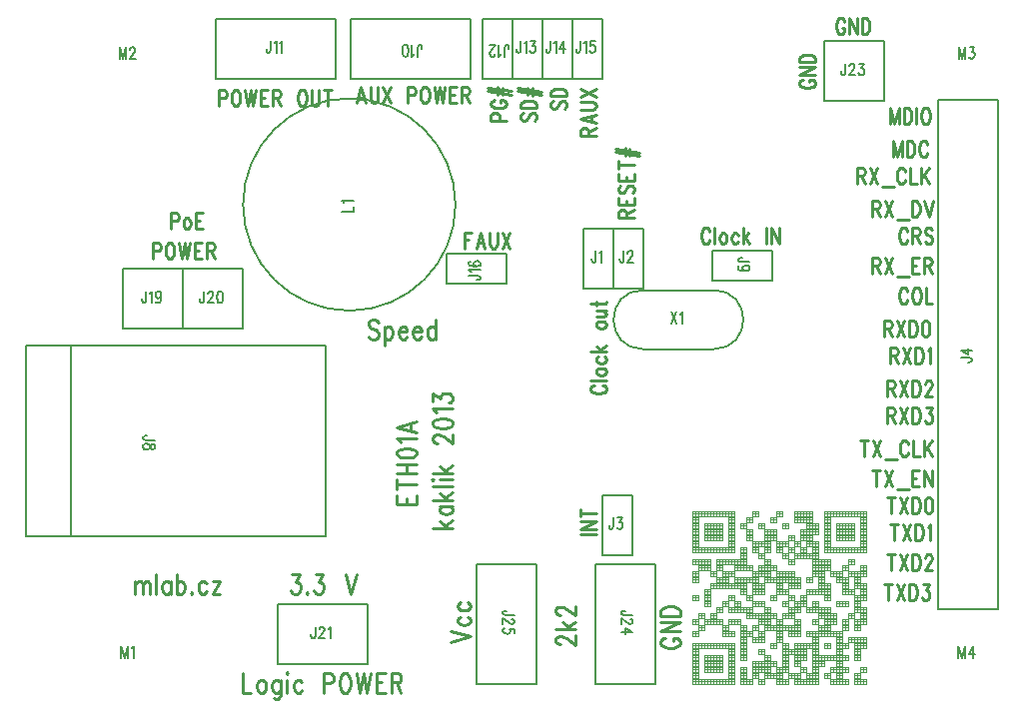
<source format=gbr>
*
*
G04 PADS 9.5 Build Number: 522968 generated Gerber (RS-274-X) file*
G04 PC Version=2.1*
*
%IN "ETH01.pcb"*%
*
%MOIN*%
*
%FSLAX35Y35*%
*
*
*
*
G04 PC Standard Apertures*
*
*
G04 Thermal Relief Aperture macro.*
%AMTER*
1,1,$1,0,0*
1,0,$1-$2,0,0*
21,0,$3,$4,0,0,45*
21,0,$3,$4,0,0,135*
%
*
*
G04 Annular Aperture macro.*
%AMANN*
1,1,$1,0,0*
1,0,$2,0,0*
%
*
*
G04 Odd Aperture macro.*
%AMODD*
1,1,$1,0,0*
1,0,$1-0.005,0,0*
%
*
*
G04 PC Custom Aperture Macros*
*
*
*
*
*
*
G04 PC Aperture Table*
*
%ADD024C,0.001*%
%ADD025C,0.01*%
%ADD026C,0.00787*%
%ADD029C,0.005*%
%ADD036C,0.008*%
%ADD102C,0.002*%
*
*
*
*
G04 PC Circuitry*
G04 Layer Name ETH01.pcb - circuitry*
%LPD*%
*
*
G04 PC Custom Flashes*
G04 Layer Name ETH01.pcb - flashes*
%LPD*%
*
*
G04 PC Circuitry*
G04 Layer Name ETH01.pcb - circuitry*
%LPD*%
*
G54D24*
G54D25*
G01X154000Y287250D02*
Y282000D01*
Y287250D02*
X155636D01*
X156182Y287000*
X156364Y286750*
X156545Y286250*
Y285500*
X156364Y285000*
X156182Y284750*
X155636Y284500*
X154000*
X159091Y285500D02*
X158727Y285250D01*
X158364Y284750*
X158182Y284000*
Y283500*
X158364Y282750*
X158727Y282250*
X159091Y282000*
X159636*
X160000Y282250*
X160364Y282750*
X160545Y283500*
Y284000*
X160364Y284750*
X160000Y285250*
X159636Y285500*
X159091*
X162182Y287250D02*
Y282000D01*
Y287250D02*
X164545D01*
X162182Y284750D02*
X163636D01*
X162182Y282000D02*
X164545D01*
X148000Y277250D02*
Y272000D01*
Y277250D02*
X149636D01*
X150182Y277000*
X150364Y276750*
X150545Y276250*
Y275500*
X150364Y275000*
X150182Y274750*
X149636Y274500*
X148000*
X153273Y277250D02*
X152909Y277000D01*
X152545Y276500*
X152364Y276000*
X152182Y275250*
Y274000*
X152364Y273250*
X152545Y272750*
X152909Y272250*
X153273Y272000*
X154000*
X154364Y272250*
X154727Y272750*
X154909Y273250*
X155091Y274000*
Y275250*
X154909Y276000*
X154727Y276500*
X154364Y277000*
X154000Y277250*
X153273*
X156727D02*
X157636Y272000D01*
X158545Y277250D02*
X157636Y272000D01*
X158545Y277250D02*
X159455Y272000D01*
X160364Y277250D02*
X159455Y272000D01*
X162000Y277250D02*
Y272000D01*
Y277250D02*
X164364D01*
X162000Y274750D02*
X163455D01*
X162000Y272000D02*
X164364D01*
X166000Y277250D02*
Y272000D01*
Y277250D02*
X167636D01*
X168182Y277000*
X168364Y276750*
X168545Y276250*
Y275750*
X168364Y275250*
X168182Y275000*
X167636Y274750*
X166000*
X167273D02*
X168545Y272000D01*
X217455Y329250D02*
X216000Y324000D01*
X217455Y329250D02*
X218909Y324000D01*
X216545Y325750D02*
X218364D01*
X220545Y329250D02*
Y325500D01*
X220727Y324750*
X221091Y324250*
X221636Y324000*
X222000*
X222545Y324250*
X222909Y324750*
X223091Y325500*
Y329250*
X224727D02*
X227273Y324000D01*
Y329250D02*
X224727Y324000D01*
X233091Y329250D02*
Y324000D01*
Y329250D02*
X234727D01*
X235273Y329000*
X235455Y328750*
X235636Y328250*
Y327500*
X235455Y327000*
X235273Y326750*
X234727Y326500*
X233091*
X238364Y329250D02*
X238000Y329000D01*
X237636Y328500*
X237455Y328000*
X237273Y327250*
Y326000*
X237455Y325250*
X237636Y324750*
X238000Y324250*
X238364Y324000*
X239091*
X239455Y324250*
X239818Y324750*
X240000Y325250*
X240182Y326000*
Y327250*
X240000Y328000*
X239818Y328500*
X239455Y329000*
X239091Y329250*
X238364*
X241818D02*
X242727Y324000D01*
X243636Y329250D02*
X242727Y324000D01*
X243636Y329250D02*
X244545Y324000D01*
X245455Y329250D02*
X244545Y324000D01*
X247091Y329250D02*
Y324000D01*
Y329250D02*
X249455D01*
X247091Y326750D02*
X248545D01*
X247091Y324000D02*
X249455D01*
X251091Y329250D02*
Y324000D01*
Y329250D02*
X252727D01*
X253273Y329000*
X253455Y328750*
X253636Y328250*
Y327750*
X253455Y327250*
X253273Y327000*
X252727Y326750*
X251091*
X252364D02*
X253636Y324000D01*
X260750Y318000D02*
X266000D01*
X260750D02*
Y319636D01*
X261000Y320182*
X261250Y320364*
X261750Y320545*
X262500*
X263000Y320364*
X263250Y320182*
X263500Y319636*
Y318000*
X262000Y324909D02*
X261500Y324727D01*
X261000Y324364*
X260750Y324000*
Y323273*
X261000Y322909*
X261500Y322545*
X262000Y322364*
X262750Y322182*
X264000*
X264750Y322364*
X265250Y322545*
X265750Y322909*
X266000Y323273*
Y324000*
X265750Y324364*
X265250Y324727*
X264750Y324909*
X264000*
Y324000D02*
Y324909D01*
X259750Y328000D02*
X267750Y326727D01*
X259750Y329091D02*
X267750Y327818D01*
X263000Y326727D02*
Y329273D01*
X264500Y326545D02*
Y329091D01*
X271500Y320545D02*
X271000Y320182D01*
X270750Y319636*
Y318909*
X271000Y318364*
X271500Y318000*
X272000*
X272500Y318182*
X272750Y318364*
X273000Y318727*
X273500Y319818*
X273750Y320182*
X274000Y320364*
X274500Y320545*
X275250*
X275750Y320182*
X276000Y319636*
Y318909*
X275750Y318364*
X275250Y318000*
X270750Y322182D02*
X276000D01*
X270750D02*
Y323455D01*
X271000Y324000*
X271500Y324364*
X272000Y324545*
X272750Y324727*
X274000*
X274750Y324545*
X275250Y324364*
X275750Y324000*
X276000Y323455*
Y322182*
X269750Y327818D02*
X277750Y326545D01*
X269750Y328909D02*
X277750Y327636D01*
X273000Y326545D02*
Y329091D01*
X274500Y326364D02*
Y328909D01*
X281500Y324545D02*
X281000Y324182D01*
X280750Y323636*
Y322909*
X281000Y322364*
X281500Y322000*
X282000*
X282500Y322182*
X282750Y322364*
X283000Y322727*
X283500Y323818*
X283750Y324182*
X284000Y324364*
X284500Y324545*
X285250*
X285750Y324182*
X286000Y323636*
Y322909*
X285750Y322364*
X285250Y322000*
X280750Y326182D02*
X286000D01*
X280750D02*
Y327455D01*
X281000Y328000*
X281500Y328364*
X282000Y328545*
X282750Y328727*
X284000*
X284750Y328545*
X285250Y328364*
X285750Y328000*
X286000Y327455*
Y326182*
X290750Y313000D02*
X296000D01*
X290750D02*
Y314636D01*
X291000Y315182*
X291250Y315364*
X291750Y315545*
X292250*
X292750Y315364*
X293000Y315182*
X293250Y314636*
Y313000*
Y314273D02*
X296000Y315545D01*
X290750Y318636D02*
X296000Y317182D01*
X290750Y318636D02*
X296000Y320091D01*
X294250Y317727D02*
Y319545D01*
X290750Y321727D02*
X294500D01*
X295250Y321909*
X295750Y322273*
X296000Y322818*
Y323182*
X295750Y323727*
X295250Y324091*
X294500Y324273*
X290750*
Y325909D02*
X296000Y328455D01*
X290750D02*
X296000Y325909D01*
X251800Y280650D02*
Y275400D01*
Y280650D02*
X254164D01*
X251800Y278150D02*
X253255D01*
X257255Y280650D02*
X255800Y275400D01*
X257255Y280650D02*
X258709Y275400D01*
X256345Y277150D02*
X258164D01*
X260345Y280650D02*
Y276900D01*
X260527Y276150*
X260891Y275650*
X261436Y275400*
X261800*
X262345Y275650*
X262709Y276150*
X262891Y276900*
Y280650*
X264527D02*
X267073Y275400D01*
Y280650D02*
X264527Y275400D01*
X170000Y328250D02*
Y323000D01*
Y328250D02*
X171636D01*
X172182Y328000*
X172364Y327750*
X172545Y327250*
Y326500*
X172364Y326000*
X172182Y325750*
X171636Y325500*
X170000*
X175273Y328250D02*
X174909Y328000D01*
X174545Y327500*
X174364Y327000*
X174182Y326250*
Y325000*
X174364Y324250*
X174545Y323750*
X174909Y323250*
X175273Y323000*
X176000*
X176364Y323250*
X176727Y323750*
X176909Y324250*
X177091Y325000*
Y326250*
X176909Y327000*
X176727Y327500*
X176364Y328000*
X176000Y328250*
X175273*
X178727D02*
X179636Y323000D01*
X180545Y328250D02*
X179636Y323000D01*
X180545Y328250D02*
X181455Y323000D01*
X182364Y328250D02*
X181455Y323000D01*
X184000Y328250D02*
Y323000D01*
Y328250D02*
X186364D01*
X184000Y325750D02*
X185455D01*
X184000Y323000D02*
X186364D01*
X188000Y328250D02*
Y323000D01*
Y328250D02*
X189636D01*
X190182Y328000*
X190364Y327750*
X190545Y327250*
Y326750*
X190364Y326250*
X190182Y326000*
X189636Y325750*
X188000*
X189273D02*
X190545Y323000D01*
X197455Y328250D02*
X197091Y328000D01*
X196727Y327500*
X196545Y327000*
X196364Y326250*
Y325000*
X196545Y324250*
X196727Y323750*
X197091Y323250*
X197455Y323000*
X198182*
X198545Y323250*
X198909Y323750*
X199091Y324250*
X199273Y325000*
Y326250*
X199091Y327000*
X198909Y327500*
X198545Y328000*
X198182Y328250*
X197455*
X200909D02*
Y324500D01*
X201091Y323750*
X201455Y323250*
X202000Y323000*
X202364*
X202909Y323250*
X203273Y323750*
X203455Y324500*
Y328250*
X206364D02*
Y323000D01*
X205091Y328250D02*
X207636D01*
X194455Y166563D02*
X196955D01*
X196955D02*
X195591Y164063D01*
X195591D02*
X196273D01*
X196273D02*
X196727Y163750D01*
X196955Y163438*
X196955D02*
X197182Y162500D01*
Y161875*
X196955Y160938*
X196955D02*
X196500Y160313D01*
X196500D02*
X195818Y160000D01*
X195136*
X194455Y160313*
X194455D02*
X194227Y160625D01*
X194000Y161250*
X199455Y160625D02*
X199227Y160313D01*
X199227D02*
X199455Y160000D01*
X199682Y160313*
X199682D02*
X199455Y160625D01*
X202182Y166563D02*
X204682D01*
X204682D02*
X203318Y164063D01*
X203318D02*
X204000D01*
X204000D02*
X204455Y163750D01*
X204682Y163438*
X204682D02*
X204909Y162500D01*
Y161875*
X204682Y160938*
X204682D02*
X204227Y160313D01*
X204227D02*
X203545Y160000D01*
X202864*
X202182Y160313*
X202182D02*
X201955Y160625D01*
X201727Y161250*
X212182Y166563D02*
X214000Y160000D01*
X215818Y166563D02*
X214000Y160000D01*
X178000Y133563D02*
Y127000D01*
X180727*
X183909Y131375D02*
X183455Y131063D01*
X183455D02*
X183000Y130438D01*
X183000D02*
X182773Y129500D01*
Y128875*
X183000Y127938*
X183000D02*
X183455Y127313D01*
X183455D02*
X183909Y127000D01*
X184591*
X185045Y127313*
X185045D02*
X185500Y127938D01*
X185500D02*
X185727Y128875D01*
Y129500*
X185500Y130438*
X185500D02*
X185045Y131063D01*
X185045D02*
X184591Y131375D01*
X183909*
X190500D02*
Y126375D01*
X190273Y125437*
X190273D02*
X190045Y125125D01*
X189591Y124812*
X189591D02*
X188909D01*
X188909D02*
X188455Y125125D01*
X190500Y130438D02*
X190045Y131063D01*
X190045D02*
X189591Y131375D01*
X188909*
X188455Y131063*
X188455D02*
X188000Y130438D01*
X188000D02*
X187773Y129500D01*
Y128875*
X188000Y127938*
X188000D02*
X188455Y127313D01*
X188455D02*
X188909Y127000D01*
X189591*
X190045Y127313*
X190045D02*
X190500Y127938D01*
X192545Y133563D02*
X192773Y133250D01*
X193000Y133563*
X193000D02*
X192773Y133875D01*
X192545Y133563*
X192773Y131375D02*
Y127000D01*
X197773Y130438D02*
X197318Y131063D01*
X197318D02*
X196864Y131375D01*
X196182*
X195727Y131063*
X195727D02*
X195273Y130438D01*
X195273D02*
X195045Y129500D01*
Y128875*
X195273Y127938*
X195273D02*
X195727Y127313D01*
X195727D02*
X196182Y127000D01*
X196864*
X197318Y127313*
X197318D02*
X197773Y127938D01*
X205045Y133563D02*
Y127000D01*
Y133563D02*
X207091D01*
X207091D02*
X207773Y133250D01*
X208000Y132938*
X208000D02*
X208227Y132313D01*
X208227D02*
Y131375D01*
X208000Y130750*
X207773Y130438*
X207773D02*
X207091Y130125D01*
X205045*
X211636Y133563D02*
X211182Y133250D01*
X210727Y132625*
X210500Y132000*
X210273Y131063*
X210273D02*
Y129500D01*
X210500Y128563*
X210500D02*
X210727Y127938D01*
X210727D02*
X211182Y127313D01*
X211182D02*
X211636Y127000D01*
X212545*
X213000Y127313*
X213000D02*
X213455Y127938D01*
X213455D02*
X213682Y128563D01*
X213682D02*
X213909Y129500D01*
Y131063*
X213909D02*
X213682Y132000D01*
X213455Y132625*
X213000Y133250*
X212545Y133563*
X212545D02*
X211636D01*
X215955D02*
X217091Y127000D01*
X218227Y133563D02*
X217091Y127000D01*
X218227Y133563D02*
X219364Y127000D01*
X220500Y133563D02*
X219364Y127000D01*
X222545Y133563D02*
Y127000D01*
Y133563D02*
X225500D01*
X222545Y130438D02*
X224364D01*
X222545Y127000D02*
X225500D01*
X227545Y133563D02*
Y127000D01*
Y133563D02*
X229591D01*
X229591D02*
X230273Y133250D01*
X230500Y132938*
X230500D02*
X230727Y132313D01*
X230727D02*
Y131688D01*
X230727D02*
X230500Y131063D01*
X230500D02*
X230273Y130750D01*
X229591Y130438*
X229591D02*
X227545D01*
X229136D02*
X230727Y127000D01*
X247437Y144000D02*
X254000Y145818D01*
X247437Y147636D02*
X254000Y145818D01*
X250562Y152409D02*
X249937Y151955D01*
X249937D02*
X249625Y151500D01*
Y150818*
X249937Y150364*
X249937D02*
X250562Y149909D01*
X250562D02*
X251500Y149682D01*
X252125*
X253062Y149909*
X253062D02*
X253687Y150364D01*
X253687D02*
X254000Y150818D01*
Y151500*
X253687Y151955*
X253687D02*
X253062Y152409D01*
X250562Y157182D02*
X249937Y156727D01*
X249937D02*
X249625Y156273D01*
Y155591*
X249937Y155136*
X249937D02*
X250562Y154682D01*
X250562D02*
X251500Y154455D01*
X252125*
X253062Y154682*
X253062D02*
X253687Y155136D01*
X253687D02*
X254000Y155591D01*
Y156273*
X253687Y156727*
X253687D02*
X253062Y157182D01*
X284000Y143227D02*
X283687D01*
X283687D02*
X283062Y143455D01*
X283062D02*
X282750Y143682D01*
X282437Y144136*
X282437D02*
Y145045D01*
X282437D02*
X282750Y145500D01*
X283062Y145727*
X283062D02*
X283687Y145955D01*
X283687D02*
X284312D01*
X284312D02*
X284937Y145727D01*
X284937D02*
X285875Y145273D01*
X289000Y143000*
Y146182*
X282437Y148227D02*
X289000D01*
X284625Y150500D02*
X287750Y148227D01*
X286500Y149136D02*
X289000Y150727D01*
X284000Y153000D02*
X283687D01*
X283687D02*
X283062Y153227D01*
X283062D02*
X282750Y153455D01*
X282437Y153909*
X282437D02*
Y154818D01*
X282437D02*
X282750Y155273D01*
X283062Y155500*
X283062D02*
X283687Y155727D01*
X283687D02*
X284312D01*
X284312D02*
X284937Y155500D01*
X284937D02*
X285875Y155045D01*
X289000Y152773*
Y155955*
X319000Y145409D02*
X318375Y145182D01*
X317750Y144727*
X317437Y144273*
X317437D02*
Y143364D01*
X317437D02*
X317750Y142909D01*
X318375Y142455*
X319000Y142227*
X319937Y142000*
X319937D02*
X321500D01*
X322437Y142227*
X322437D02*
X323062Y142455D01*
X323062D02*
X323687Y142909D01*
X323687D02*
X324000Y143364D01*
Y144273*
X323687Y144727*
X323687D02*
X323062Y145182D01*
X323062D02*
X322437Y145409D01*
X322437D02*
X321500D01*
Y144273D02*
Y145409D01*
X317437Y147455D02*
X324000D01*
X317437D02*
X324000Y150636D01*
X317437D02*
X324000D01*
X317437Y152682D02*
X324000D01*
X317437D02*
Y154273D01*
X317437D02*
X317750Y154955D01*
X318375Y155409*
X319000Y155636*
X319937Y155864*
X319937D02*
X321500D01*
X322437Y155636*
X322437D02*
X323062Y155409D01*
X323062D02*
X323687Y154955D01*
X323687D02*
X324000Y154273D01*
Y152682*
X394000Y322250D02*
Y317000D01*
Y322250D02*
X395455Y317000D01*
X396909Y322250D02*
X395455Y317000D01*
X396909Y322250D02*
Y317000D01*
X398545Y322250D02*
Y317000D01*
Y322250D02*
X399818D01*
X400364Y322000*
X400727Y321500*
X400909Y321000*
X401091Y320250*
Y319000*
X400909Y318250*
X400727Y317750*
X400364Y317250*
X399818Y317000*
X398545*
X402727Y322250D02*
Y317000D01*
X405455Y322250D02*
X405091Y322000D01*
X404727Y321500*
X404545Y321000*
X404364Y320250*
Y319000*
X404545Y318250*
X404727Y317750*
X405091Y317250*
X405455Y317000*
X406182*
X406545Y317250*
X406909Y317750*
X407091Y318250*
X407273Y319000*
Y320250*
X407091Y321000*
X406909Y321500*
X406545Y322000*
X406182Y322250*
X405455*
X395000Y311250D02*
Y306000D01*
Y311250D02*
X396455Y306000D01*
X397909Y311250D02*
X396455Y306000D01*
X397909Y311250D02*
Y306000D01*
X399545Y311250D02*
Y306000D01*
Y311250D02*
X400818D01*
X401364Y311000*
X401727Y310500*
X401909Y310000*
X402091Y309250*
Y308000*
X401909Y307250*
X401727Y306750*
X401364Y306250*
X400818Y306000*
X399545*
X406455Y310000D02*
X406273Y310500D01*
X405909Y311000*
X405545Y311250*
X404818*
X404455Y311000*
X404091Y310500*
X403909Y310000*
X403727Y309250*
Y308000*
X403909Y307250*
X404091Y306750*
X404455Y306250*
X404818Y306000*
X405545*
X405909Y306250*
X406273Y306750*
X406455Y307250*
X383000Y302250D02*
Y297000D01*
Y302250D02*
X384636D01*
X385182Y302000*
X385364Y301750*
X385545Y301250*
Y300750*
X385364Y300250*
X385182Y300000*
X384636Y299750*
X383000*
X384273D02*
X385545Y297000D01*
X387182Y302250D02*
X389727Y297000D01*
Y302250D02*
X387182Y297000D01*
X391364Y296000D02*
X395182D01*
X399000Y301000D02*
X398818Y301500D01*
X398455Y302000*
X398091Y302250*
X397364*
X397000Y302000*
X396636Y301500*
X396455Y301000*
X396273Y300250*
Y299000*
X396455Y298250*
X396636Y297750*
X397000Y297250*
X397364Y297000*
X398091*
X398455Y297250*
X398818Y297750*
X399000Y298250*
X400636Y302250D02*
Y297000D01*
X402818*
X404455Y302250D02*
Y297000D01*
X407000Y302250D02*
X404455Y298750D01*
X405364Y300000D02*
X407000Y297000D01*
X388000Y291250D02*
Y286000D01*
Y291250D02*
X389636D01*
X390182Y291000*
X390364Y290750*
X390545Y290250*
Y289750*
X390364Y289250*
X390182Y289000*
X389636Y288750*
X388000*
X389273D02*
X390545Y286000D01*
X392182Y291250D02*
X394727Y286000D01*
Y291250D02*
X392182Y286000D01*
X396364Y285000D02*
X400182D01*
X401273Y291250D02*
Y286000D01*
Y291250D02*
X402545D01*
X403091Y291000*
X403455Y290500*
X403636Y290000*
X403818Y289250*
Y288000*
X403636Y287250*
X403455Y286750*
X403091Y286250*
X402545Y286000*
X401273*
X405455Y291250D02*
X406909Y286000D01*
X408364Y291250D02*
X406909Y286000D01*
X399727Y281000D02*
X399545Y281500D01*
X399182Y282000*
X398818Y282250*
X398091*
X397727Y282000*
X397364Y281500*
X397182Y281000*
X397000Y280250*
Y279000*
X397182Y278250*
X397364Y277750*
X397727Y277250*
X398091Y277000*
X398818*
X399182Y277250*
X399545Y277750*
X399727Y278250*
X401364Y282250D02*
Y277000D01*
Y282250D02*
X403000D01*
X403545Y282000*
X403727Y281750*
X403909Y281250*
Y280750*
X403727Y280250*
X403545Y280000*
X403000Y279750*
X401364*
X402636D02*
X403909Y277000D01*
X408091Y281500D02*
X407727Y282000D01*
X407182Y282250*
X406455*
X405909Y282000*
X405545Y281500*
Y281000*
X405727Y280500*
X405909Y280250*
X406273Y280000*
X407364Y279500*
X407727Y279250*
X407909Y279000*
X408091Y278500*
Y277750*
X407727Y277250*
X407182Y277000*
X406455*
X405909Y277250*
X405545Y277750*
X388000Y272250D02*
Y267000D01*
Y272250D02*
X389636D01*
X390182Y272000*
X390364Y271750*
X390545Y271250*
Y270750*
X390364Y270250*
X390182Y270000*
X389636Y269750*
X388000*
X389273D02*
X390545Y267000D01*
X392182Y272250D02*
X394727Y267000D01*
Y272250D02*
X392182Y267000D01*
X396364Y266000D02*
X400182D01*
X401273Y272250D02*
Y267000D01*
Y272250D02*
X403636D01*
X401273Y269750D02*
X402727D01*
X401273Y267000D02*
X403636D01*
X405273Y272250D02*
Y267000D01*
Y272250D02*
X406909D01*
X407455Y272000*
X407636Y271750*
X407818Y271250*
Y270750*
X407636Y270250*
X407455Y270000*
X406909Y269750*
X405273*
X406545D02*
X407818Y267000D01*
X399727Y261000D02*
X399545Y261500D01*
X399182Y262000*
X398818Y262250*
X398091*
X397727Y262000*
X397364Y261500*
X397182Y261000*
X397000Y260250*
Y259000*
X397182Y258250*
X397364Y257750*
X397727Y257250*
X398091Y257000*
X398818*
X399182Y257250*
X399545Y257750*
X399727Y258250*
X402455Y262250D02*
X402091Y262000D01*
X401727Y261500*
X401545Y261000*
X401364Y260250*
Y259000*
X401545Y258250*
X401727Y257750*
X402091Y257250*
X402455Y257000*
X403182*
X403545Y257250*
X403909Y257750*
X404091Y258250*
X404273Y259000*
Y260250*
X404091Y261000*
X403909Y261500*
X403545Y262000*
X403182Y262250*
X402455*
X405909D02*
Y257000D01*
X408091*
X392000Y251250D02*
Y246000D01*
Y251250D02*
X393636D01*
X394182Y251000*
X394364Y250750*
X394545Y250250*
Y249750*
X394364Y249250*
X394182Y249000*
X393636Y248750*
X392000*
X393273D02*
X394545Y246000D01*
X396182Y251250D02*
X398727Y246000D01*
Y251250D02*
X396182Y246000D01*
X400364Y251250D02*
Y246000D01*
Y251250D02*
X401636D01*
X402182Y251000*
X402545Y250500*
X402727Y250000*
X402909Y249250*
Y248000*
X402727Y247250*
X402545Y246750*
X402182Y246250*
X401636Y246000*
X400364*
X405636Y251250D02*
X405091Y251000D01*
X404727Y250250*
X404545Y249000*
Y248250*
X404727Y247000*
X405091Y246250*
X405636Y246000*
X406000*
X406545Y246250*
X406909Y247000*
X407091Y248250*
Y249000*
X406909Y250250*
X406545Y251000*
X406000Y251250*
X405636*
X394000Y242250D02*
Y237000D01*
Y242250D02*
X395636D01*
X396182Y242000*
X396364Y241750*
X396545Y241250*
Y240750*
X396364Y240250*
X396182Y240000*
X395636Y239750*
X394000*
X395273D02*
X396545Y237000D01*
X398182Y242250D02*
X400727Y237000D01*
Y242250D02*
X398182Y237000D01*
X402364Y242250D02*
Y237000D01*
Y242250D02*
X403636D01*
X404182Y242000*
X404545Y241500*
X404727Y241000*
X404909Y240250*
Y239000*
X404727Y238250*
X404545Y237750*
X404182Y237250*
X403636Y237000*
X402364*
X406545Y241250D02*
X406909Y241500D01*
X407455Y242250*
Y237000*
X393000Y231250D02*
Y226000D01*
Y231250D02*
X394636D01*
X395182Y231000*
X395364Y230750*
X395545Y230250*
Y229750*
X395364Y229250*
X395182Y229000*
X394636Y228750*
X393000*
X394273D02*
X395545Y226000D01*
X397182Y231250D02*
X399727Y226000D01*
Y231250D02*
X397182Y226000D01*
X401364Y231250D02*
Y226000D01*
Y231250D02*
X402636D01*
X403182Y231000*
X403545Y230500*
X403727Y230000*
X403909Y229250*
Y228000*
X403727Y227250*
X403545Y226750*
X403182Y226250*
X402636Y226000*
X401364*
X405727Y230000D02*
Y230250D01*
X405909Y230750*
X406091Y231000*
X406455Y231250*
X407182*
X407545Y231000*
X407727Y230750*
X407909Y230250*
Y229750*
X407727Y229250*
X407364Y228500*
X405545Y226000*
X408091*
X393000Y222250D02*
Y217000D01*
Y222250D02*
X394636D01*
X395182Y222000*
X395364Y221750*
X395545Y221250*
Y220750*
X395364Y220250*
X395182Y220000*
X394636Y219750*
X393000*
X394273D02*
X395545Y217000D01*
X397182Y222250D02*
X399727Y217000D01*
Y222250D02*
X397182Y217000D01*
X401364Y222250D02*
Y217000D01*
Y222250D02*
X402636D01*
X403182Y222000*
X403545Y221500*
X403727Y221000*
X403909Y220250*
Y219000*
X403727Y218250*
X403545Y217750*
X403182Y217250*
X402636Y217000*
X401364*
X405909Y222250D02*
X407909D01*
X406818Y220250*
X407364*
X407727Y220000*
X407909Y219750*
X408091Y219000*
Y218500*
X407909Y217750*
X407545Y217250*
X407000Y217000*
X406455*
X405909Y217250*
X405727Y217500*
X405545Y218000*
X385273Y211250D02*
Y206000D01*
X384000Y211250D02*
X386545D01*
X388182D02*
X390727Y206000D01*
Y211250D02*
X388182Y206000D01*
X392364Y205000D02*
X396182D01*
X400000Y210000D02*
X399818Y210500D01*
X399455Y211000*
X399091Y211250*
X398364*
X398000Y211000*
X397636Y210500*
X397455Y210000*
X397273Y209250*
Y208000*
X397455Y207250*
X397636Y206750*
X398000Y206250*
X398364Y206000*
X399091*
X399455Y206250*
X399818Y206750*
X400000Y207250*
X401636Y211250D02*
Y206000D01*
X403818*
X405455Y211250D02*
Y206000D01*
X408000Y211250D02*
X405455Y207750D01*
X406364Y209000D02*
X408000Y206000D01*
X389273Y201250D02*
Y196000D01*
X388000Y201250D02*
X390545D01*
X392182D02*
X394727Y196000D01*
Y201250D02*
X392182Y196000D01*
X396364Y195000D02*
X400182D01*
X401273Y201250D02*
Y196000D01*
Y201250D02*
X403636D01*
X401273Y198750D02*
X402727D01*
X401273Y196000D02*
X403636D01*
X405273Y201250D02*
Y196000D01*
Y201250D02*
X407818Y196000D01*
Y201250D02*
Y196000D01*
X394273Y192250D02*
Y187000D01*
X393000Y192250D02*
X395545D01*
X397182D02*
X399727Y187000D01*
Y192250D02*
X397182Y187000D01*
X401364Y192250D02*
Y187000D01*
Y192250D02*
X402636D01*
X403182Y192000*
X403545Y191500*
X403727Y191000*
X403909Y190250*
Y189000*
X403727Y188250*
X403545Y187750*
X403182Y187250*
X402636Y187000*
X401364*
X406636Y192250D02*
X406091Y192000D01*
X405727Y191250*
X405545Y190000*
Y189250*
X405727Y188000*
X406091Y187250*
X406636Y187000*
X407000*
X407545Y187250*
X407909Y188000*
X408091Y189250*
Y190000*
X407909Y191250*
X407545Y192000*
X407000Y192250*
X406636*
X395273Y183250D02*
Y178000D01*
X394000Y183250D02*
X396545D01*
X398182D02*
X400727Y178000D01*
Y183250D02*
X398182Y178000D01*
X402364Y183250D02*
Y178000D01*
Y183250D02*
X403636D01*
X404182Y183000*
X404545Y182500*
X404727Y182000*
X404909Y181250*
Y180000*
X404727Y179250*
X404545Y178750*
X404182Y178250*
X403636Y178000*
X402364*
X406545Y182250D02*
X406909Y182500D01*
X407455Y183250*
Y178000*
X394273Y173250D02*
Y168000D01*
X393000Y173250D02*
X395545D01*
X397182D02*
X399727Y168000D01*
Y173250D02*
X397182Y168000D01*
X401364Y173250D02*
Y168000D01*
Y173250D02*
X402636D01*
X403182Y173000*
X403545Y172500*
X403727Y172000*
X403909Y171250*
Y170000*
X403727Y169250*
X403545Y168750*
X403182Y168250*
X402636Y168000*
X401364*
X405727Y172000D02*
Y172250D01*
X405909Y172750*
X406091Y173000*
X406455Y173250*
X407182*
X407545Y173000*
X407727Y172750*
X407909Y172250*
Y171750*
X407727Y171250*
X407364Y170500*
X405545Y168000*
X408091*
X393273Y163250D02*
Y158000D01*
X392000Y163250D02*
X394545D01*
X396182D02*
X398727Y158000D01*
Y163250D02*
X396182Y158000D01*
X400364Y163250D02*
Y158000D01*
Y163250D02*
X401636D01*
X402182Y163000*
X402545Y162500*
X402727Y162000*
X402909Y161250*
Y160000*
X402727Y159250*
X402545Y158750*
X402182Y158250*
X401636Y158000*
X400364*
X404909Y163250D02*
X406909D01*
X405818Y161250*
X406364*
X406727Y161000*
X406909Y160750*
X407091Y160000*
Y159500*
X406909Y158750*
X406545Y158250*
X406000Y158000*
X405455*
X404909Y158250*
X404727Y158500*
X404545Y159000*
X295300Y229727D02*
X294800Y229545D01*
X294300Y229182*
X294050Y228818*
Y228091*
X294300Y227727*
X294800Y227364*
X295300Y227182*
X296050Y227000*
X297300*
X298050Y227182*
X298550Y227364*
X299050Y227727*
X299300Y228091*
Y228818*
X299050Y229182*
X298550Y229545*
X298050Y229727*
X294050Y231364D02*
X299300D01*
X295800Y233909D02*
X296050Y233545D01*
X296550Y233182*
X297300Y233000*
X297800*
X298550Y233182*
X299050Y233545*
X299300Y233909*
Y234455*
X299050Y234818*
X298550Y235182*
X297800Y235364*
X297300*
X296550Y235182*
X296050Y234818*
X295800Y234455*
Y233909*
X296550Y239182D02*
X296050Y238818D01*
X295800Y238455*
Y237909*
X296050Y237545*
X296550Y237182*
X297300Y237000*
X297800*
X298550Y237182*
X299050Y237545*
X299300Y237909*
Y238455*
X299050Y238818*
X298550Y239182*
X294050Y240818D02*
X299300D01*
X295800Y242636D02*
X298300Y240818D01*
X297300Y241545D02*
X299300Y242818D01*
X295800Y249545D02*
X296050Y249182D01*
X296550Y248818*
X297300Y248636*
X297800*
X298550Y248818*
X299050Y249182*
X299300Y249545*
Y250091*
X299050Y250455*
X298550Y250818*
X297800Y251000*
X297300*
X296550Y250818*
X296050Y250455*
X295800Y250091*
Y249545*
Y252636D02*
X298300D01*
X299050Y252818*
X299300Y253182*
Y253727*
X299050Y254091*
X298300Y254636*
X295800D02*
X299300D01*
X294050Y256818D02*
X298300D01*
X299050Y257000*
X299300Y257364*
Y257727*
X295800Y256273D02*
Y257545D01*
X303350Y285600D02*
X308600D01*
X303350D02*
Y287236D01*
X303600Y287782*
X303850Y287964*
X304350Y288145*
X304850*
X305350Y287964*
X305600Y287782*
X305850Y287236*
Y285600*
Y286873D02*
X308600Y288145D01*
X303350Y289782D02*
X308600D01*
X303350D02*
Y292145D01*
X305850Y289782D02*
Y291236D01*
X308600Y289782D02*
Y292145D01*
X304100Y296327D02*
X303600Y295964D01*
X303350Y295418*
Y294691*
X303600Y294145*
X304100Y293782*
X304600*
X305100Y293964*
X305350Y294145*
X305600Y294509*
X306100Y295600*
X306350Y295964*
X306600Y296145*
X307100Y296327*
X307850*
X308350Y295964*
X308600Y295418*
Y294691*
X308350Y294145*
X307850Y293782*
X303350Y297964D02*
X308600D01*
X303350D02*
Y300327D01*
X305850Y297964D02*
Y299418D01*
X308600Y297964D02*
Y300327D01*
X303350Y303236D02*
X308600D01*
X303350Y301964D02*
Y304509D01*
X302350Y307600D02*
X310350Y306327D01*
X302350Y308691D02*
X310350Y307418D01*
X305600Y306327D02*
Y308873D01*
X307100Y306145D02*
Y308691D01*
X333727Y281000D02*
X333545Y281500D01*
X333182Y282000*
X332818Y282250*
X332091*
X331727Y282000*
X331364Y281500*
X331182Y281000*
X331000Y280250*
Y279000*
X331182Y278250*
X331364Y277750*
X331727Y277250*
X332091Y277000*
X332818*
X333182Y277250*
X333545Y277750*
X333727Y278250*
X335364Y282250D02*
Y277000D01*
X337909Y280500D02*
X337545Y280250D01*
X337182Y279750*
X337000Y279000*
Y278500*
X337182Y277750*
X337545Y277250*
X337909Y277000*
X338455*
X338818Y277250*
X339182Y277750*
X339364Y278500*
Y279000*
X339182Y279750*
X338818Y280250*
X338455Y280500*
X337909*
X343182Y279750D02*
X342818Y280250D01*
X342455Y280500*
X341909*
X341545Y280250*
X341182Y279750*
X341000Y279000*
Y278500*
X341182Y277750*
X341545Y277250*
X341909Y277000*
X342455*
X342818Y277250*
X343182Y277750*
X344818Y282250D02*
Y277000D01*
X346636Y280500D02*
X344818Y278000D01*
X345545Y279000D02*
X346818Y277000D01*
X352636Y282250D02*
Y277000D01*
X354273Y282250D02*
Y277000D01*
Y282250D02*
X356818Y277000D01*
Y282250D02*
Y277000D01*
X365000Y331727D02*
X364500Y331545D01*
X364000Y331182*
X363750Y330818*
Y330091*
X364000Y329727*
X364500Y329364*
X365000Y329182*
X365750Y329000*
X367000*
X367750Y329182*
X368250Y329364*
X368750Y329727*
X369000Y330091*
Y330818*
X368750Y331182*
X368250Y331545*
X367750Y331727*
X367000*
Y330818D02*
Y331727D01*
X363750Y333364D02*
X369000D01*
X363750D02*
X369000Y335909D01*
X363750D02*
X369000D01*
X363750Y337545D02*
X369000D01*
X363750D02*
Y338818D01*
X364000Y339364*
X364500Y339727*
X365000Y339909*
X365750Y340091*
X367000*
X367750Y339909*
X368250Y339727*
X368750Y339364*
X369000Y338818*
Y337545*
X378727Y351000D02*
X378545Y351500D01*
X378182Y352000*
X377818Y352250*
X377091*
X376727Y352000*
X376364Y351500*
X376182Y351000*
X376000Y350250*
Y349000*
X376182Y348250*
X376364Y347750*
X376727Y347250*
X377091Y347000*
X377818*
X378182Y347250*
X378545Y347750*
X378727Y348250*
Y349000*
X377818D02*
X378727D01*
X380364Y352250D02*
Y347000D01*
Y352250D02*
X382909Y347000D01*
Y352250D02*
Y347000D01*
X384545Y352250D02*
Y347000D01*
Y352250D02*
X385818D01*
X386364Y352000*
X386727Y351500*
X386909Y351000*
X387091Y350250*
Y349000*
X386909Y348250*
X386727Y347750*
X386364Y347250*
X385818Y347000*
X384545*
X290750Y180000D02*
X296000D01*
X290750Y181636D02*
X296000D01*
X290750D02*
X296000Y184182D01*
X290750D02*
X296000D01*
X290750Y187091D02*
X296000D01*
X290750Y185818D02*
Y188364D01*
X229437Y190000D02*
X236000D01*
X229437D02*
Y192955D01*
X232562Y190000D02*
Y191818D01*
X236000Y190000D02*
Y192955D01*
X229437Y196591D02*
X236000D01*
X229437Y195000D02*
Y198182D01*
Y200227D02*
X236000D01*
X229437Y203409D02*
X236000D01*
X232562Y200227D02*
Y203409D01*
X229437Y206818D02*
X229750Y206136D01*
X230687Y205682*
X230687D02*
X232250Y205455D01*
X233187*
X233187D02*
X234750Y205682D01*
X235687Y206136*
X235687D02*
X236000Y206818D01*
Y207273*
X235687Y207955*
X235687D02*
X234750Y208409D01*
X233187Y208636*
X233187D02*
X232250D01*
X230687Y208409*
X230687D02*
X229750Y207955D01*
X229437Y207273*
X229437D02*
Y206818D01*
X230687Y210682D02*
X230375Y211136D01*
X229437Y211818*
X229437D02*
X236000D01*
X229437Y215682D02*
X236000Y213864D01*
X229437Y215682D02*
X236000Y217500D01*
X233812Y214545D02*
Y216818D01*
X241437Y182000D02*
X248000D01*
X243625Y184273D02*
X246750Y182000D01*
X245500Y182909D02*
X248000Y184500D01*
X243625Y189273D02*
X248000D01*
X244562D02*
X243937Y188818D01*
X243937D02*
X243625Y188364D01*
Y187682*
X243937Y187227*
X243937D02*
X244562Y186773D01*
X244562D02*
X245500Y186545D01*
X246125*
X247062Y186773*
X247062D02*
X247687Y187227D01*
X247687D02*
X248000Y187682D01*
Y188364*
X247687Y188818*
X247687D02*
X247062Y189273D01*
X241437Y191318D02*
X248000D01*
X243625Y193591D02*
X246750Y191318D01*
X245500Y192227D02*
X248000Y193818D01*
X241437Y195864D02*
X248000D01*
X241437Y197909D02*
X241750Y198136D01*
X241437Y198364*
X241437D02*
X241125Y198136D01*
X241437Y197909*
X243625Y198136D02*
X248000D01*
X241437Y200409D02*
X248000D01*
X243625Y202682D02*
X246750Y200409D01*
X245500Y201318D02*
X248000Y202909D01*
X243000Y210409D02*
X242687D01*
X242687D02*
X242062Y210636D01*
X242062D02*
X241750Y210864D01*
X241437Y211318*
X241437D02*
Y212227D01*
X241437D02*
X241750Y212682D01*
X242062Y212909*
X242062D02*
X242687Y213136D01*
X242687D02*
X243312D01*
X243312D02*
X243937Y212909D01*
X243937D02*
X244875Y212455D01*
X248000Y210182*
Y213364*
X241437Y216773D02*
X241750Y216091D01*
X242687Y215636*
X242687D02*
X244250Y215409D01*
X245187*
X245187D02*
X246750Y215636D01*
X247687Y216091*
X247687D02*
X248000Y216773D01*
Y217227*
X247687Y217909*
X247687D02*
X246750Y218364D01*
X245187Y218591*
X245187D02*
X244250D01*
X242687Y218364*
X242687D02*
X241750Y217909D01*
X241437Y217227*
X241437D02*
Y216773D01*
X242687Y220636D02*
X242375Y221091D01*
X241437Y221773*
X241437D02*
X248000D01*
X241437Y224273D02*
Y226773D01*
X241437D02*
X243937Y225409D01*
X243937D02*
Y226091D01*
X243937D02*
X244250Y226545D01*
X244562Y226773*
X244562D02*
X245500Y227000D01*
X246125*
X247062Y226773*
X247062D02*
X247687Y226318D01*
X247687D02*
X248000Y225636D01*
Y224955*
X247687Y224273*
X247687D02*
X247375Y224045D01*
X246750Y223818*
X142000Y164375D02*
Y160000D01*
Y163125D02*
X142682Y164063D01*
X142682D02*
X143136Y164375D01*
X143818*
X144273Y164063*
X144273D02*
X144500Y163125D01*
Y160000*
Y163125D02*
X145182Y164063D01*
X145182D02*
X145636Y164375D01*
X146318*
X146773Y164063*
X146773D02*
X147000Y163125D01*
Y160000*
X149045Y166563D02*
Y160000D01*
X153818Y164375D02*
Y160000D01*
Y163438D02*
X153364Y164063D01*
X153364D02*
X152909Y164375D01*
X152227*
X151773Y164063*
X151773D02*
X151318Y163438D01*
X151318D02*
X151091Y162500D01*
Y161875*
X151318Y160938*
X151318D02*
X151773Y160313D01*
X151773D02*
X152227Y160000D01*
X152909*
X153364Y160313*
X153364D02*
X153818Y160938D01*
X155864Y166563D02*
Y160000D01*
Y163438D02*
X156318Y164063D01*
X156318D02*
X156773Y164375D01*
X157455*
X157909Y164063*
X157909D02*
X158364Y163438D01*
X158364D02*
X158591Y162500D01*
Y161875*
X158364Y160938*
X158364D02*
X157909Y160313D01*
X157909D02*
X157455Y160000D01*
X156773*
X156318Y160313*
X156318D02*
X155864Y160938D01*
X160864Y160625D02*
X160636Y160313D01*
X160636D02*
X160864Y160000D01*
X161091Y160313*
X161091D02*
X160864Y160625D01*
X165864Y163438D02*
X165409Y164063D01*
X165409D02*
X164955Y164375D01*
X164273*
X163818Y164063*
X163818D02*
X163364Y163438D01*
X163364D02*
X163136Y162500D01*
Y161875*
X163364Y160938*
X163364D02*
X163818Y160313D01*
X163818D02*
X164273Y160000D01*
X164955*
X165409Y160313*
X165409D02*
X165864Y160938D01*
X170409Y164375D02*
X167909Y160000D01*
Y164375D02*
X170409D01*
X167909Y160000D02*
X170409D01*
X223182Y250625D02*
X222727Y251250D01*
X222045Y251563*
X222045D02*
X221136D01*
X221136D02*
X220455Y251250D01*
X220000Y250625*
Y250000*
X220227Y249375*
X220455Y249063*
X220455D02*
X220909Y248750D01*
X222273Y248125*
X222727Y247813*
X222727D02*
X222955Y247500D01*
X223182Y246875*
Y245938*
X223182D02*
X222727Y245313D01*
X222727D02*
X222045Y245000D01*
X221136*
X220455Y245313*
X220455D02*
X220000Y245938D01*
X225227Y249375D02*
Y242812D01*
Y248438D02*
X225682Y249063D01*
X225682D02*
X226136Y249375D01*
X226818*
X227273Y249063*
X227273D02*
X227727Y248438D01*
X227727D02*
X227955Y247500D01*
Y246875*
X227727Y245938*
X227727D02*
X227273Y245313D01*
X227273D02*
X226818Y245000D01*
X226136*
X225682Y245313*
X225682D02*
X225227Y245938D01*
X230000Y247500D02*
X232727D01*
Y248125*
X232500Y248750*
X232273Y249063*
X232273D02*
X231818Y249375D01*
X231136*
X230682Y249063*
X230682D02*
X230227Y248438D01*
X230227D02*
X230000Y247500D01*
Y246875*
X230227Y245938*
X230227D02*
X230682Y245313D01*
X230682D02*
X231136Y245000D01*
X231818*
X232273Y245313*
X232273D02*
X232727Y245938D01*
X234773Y247500D02*
X237500D01*
Y248125*
X237273Y248750*
X237045Y249063*
X237045D02*
X236591Y249375D01*
X235909*
X235455Y249063*
X235455D02*
X235000Y248438D01*
X235000D02*
X234773Y247500D01*
Y246875*
X235000Y245938*
X235000D02*
X235455Y245313D01*
X235455D02*
X235909Y245000D01*
X236591*
X237045Y245313*
X237045D02*
X237500Y245938D01*
X242273Y251563D02*
Y245000D01*
Y248438D02*
X241818Y249063D01*
X241818D02*
X241364Y249375D01*
X240682*
X240227Y249063*
X240227D02*
X239773Y248438D01*
X239773D02*
X239545Y247500D01*
Y246875*
X239773Y245938*
X239773D02*
X240227Y245313D01*
X240227D02*
X240682Y245000D01*
X241364*
X241818Y245313*
X241818D02*
X242273Y245938D01*
G54D26*
X335125Y261430D02*
X311502D01*
X335125Y241745D02*
X311502D01*
Y261430D02*
G75*
G03Y241745I0J-9842D01*
G01X335125D02*
G03Y261430I-0J9843D01*
G54D29*
G01X320882Y254181D02*
X322791Y250244D01*
Y254181D02*
X320882Y250244D01*
X324018Y253431D02*
X324291Y253619D01*
X324700Y254181*
Y250244*
X347094Y270841D02*
X344094D01*
X343531Y270977*
X343344Y271114*
X343156Y271386*
Y271659*
X343344Y271932*
X343531Y272068*
X344094Y272205*
X344469*
X345781Y267841D02*
X345219Y267977D01*
X344844Y268250*
X344656Y268659*
Y268795*
X344844Y269205*
X345219Y269477*
X345781Y269614*
X345969*
X346531Y269477*
X346906Y269205*
X347094Y268795*
Y268659*
X346906Y268250*
X346531Y267977*
X345781Y267841*
X344844*
X343906Y267977*
X343344Y268250*
X343156Y268659*
Y268932*
X343344Y269341*
X343719Y269477*
X305091Y274594D02*
Y271594D01*
X304955Y271031*
X304818Y270844*
X304545Y270656*
X304273*
X304000Y270844*
X303864Y271031*
X303727Y271594*
Y271969*
X306455Y273656D02*
Y273844D01*
X306591Y274219*
X306727Y274406*
X307000Y274594*
X307545*
X307818Y274406*
X307955Y274219*
X308091Y273844*
Y273469*
X307955Y273094*
X307682Y272531*
X306318Y270656*
X308227*
X295705Y274594D02*
Y271594D01*
X295568Y271031*
X295432Y270844*
X295159Y270656*
X294886*
X294614Y270844*
X294477Y271031*
X294341Y271594*
Y271969*
X296932Y273844D02*
X297205Y274031D01*
X297614Y274594*
Y270656*
X210906Y287705D02*
X214844D01*
Y289341*
X211656Y290568D02*
X211469Y290841D01*
X210906Y291250*
X214844*
X236364Y339406D02*
Y342406D01*
X236500Y342969*
X236636Y343156*
X236909Y343344*
X237182*
X237455Y343156*
X237591Y342969*
X237727Y342406*
Y342031*
X235136Y340156D02*
X234864Y339969D01*
X234455Y339406*
Y343344*
X232409Y339406D02*
X232818Y339594D01*
X233091Y340156*
X233227Y341094*
Y341656*
X233091Y342594*
X232818Y343156*
X232409Y343344*
X232136*
X231727Y343156*
X231455Y342594*
X231318Y341656*
Y341094*
X231455Y340156*
X231727Y339594*
X232136Y339406*
X232409*
X187250Y344594D02*
Y341594D01*
X187114Y341031*
X186977Y340844*
X186705Y340656*
X186432*
X186159Y340844*
X186023Y341031*
X185886Y341594*
Y341969*
X188477Y343844D02*
X188750Y344031D01*
X189159Y344594*
Y340656*
X190386Y343844D02*
X190659Y344031D01*
X191068Y344594*
Y340656*
X308094Y153045D02*
X305094D01*
X304531Y153182*
X304344Y153318*
X304156Y153591*
Y153864*
X304344Y154136*
X304531Y154273*
X305094Y154409*
X305469*
X307156Y151682D02*
X307344D01*
X307719Y151545*
X307906Y151409*
X308094Y151136*
Y150591*
X307906Y150318*
X307719Y150182*
X307344Y150045*
X306969*
X306594Y150182*
X306031Y150455*
X304156Y151818*
Y149909*
X308094Y147318D02*
X305469Y148682D01*
Y146636*
X308094Y147318D02*
X304156D01*
X268594Y153045D02*
X265594D01*
X265031Y153182*
X264844Y153318*
X264656Y153591*
Y153864*
X264844Y154136*
X265031Y154273*
X265594Y154409*
X265969*
X267656Y151682D02*
X267844D01*
X268219Y151545*
X268406Y151409*
X268594Y151136*
Y150591*
X268406Y150318*
X268219Y150182*
X267844Y150045*
X267469*
X267094Y150182*
X266531Y150455*
X264656Y151818*
Y149909*
X268594Y146909D02*
Y148273D01*
X266906Y148409*
X267094Y148273*
X267281Y147864*
Y147455*
X267094Y147045*
X266719Y146773*
X266156Y146636*
X265781Y146773*
X265219Y146909*
X264844Y147182*
X264656Y147591*
Y148000*
X264844Y148409*
X265031Y148545*
X265406Y148682*
X202136Y149094D02*
Y146094D01*
X202000Y145531*
X201864Y145344*
X201591Y145156*
X201318*
X201045Y145344*
X200909Y145531*
X200773Y146094*
Y146469*
X203500Y148156D02*
Y148344D01*
X203636Y148719*
X203773Y148906*
X204045Y149094*
X204591*
X204864Y148906*
X205000Y148719*
X205136Y148344*
Y147969*
X205000Y147594*
X204727Y147031*
X203364Y145156*
X205273*
X206500Y148344D02*
X206773Y148531D01*
X207182Y149094*
Y145156*
X253406Y266205D02*
X256406D01*
X256969Y266068*
X257156Y265932*
X257344Y265659*
Y265386*
X257156Y265114*
X256969Y264977*
X256406Y264841*
X256031*
X254156Y267432D02*
X253969Y267705D01*
X253406Y268114*
X257344*
X253969Y270977D02*
X253594Y270841D01*
X253406Y270432*
Y270159*
X253594Y269750*
X254156Y269477*
X255094Y269341*
X256031*
X256781Y269477*
X257156Y269750*
X257344Y270159*
Y270295*
X257156Y270705*
X256781Y270977*
X256219Y271114*
X256031*
X255469Y270977*
X255094Y270705*
X254906Y270295*
Y270159*
X255094Y269750*
X255469Y269477*
X256031Y269341*
X165023Y261094D02*
Y258094D01*
X164886Y257531*
X164750Y257344*
X164477Y257156*
X164205*
X163932Y257344*
X163795Y257531*
X163659Y258094*
Y258469*
X166386Y260156D02*
Y260344D01*
X166523Y260719*
X166659Y260906*
X166932Y261094*
X167477*
X167750Y260906*
X167886Y260719*
X168023Y260344*
Y259969*
X167886Y259594*
X167614Y259031*
X166250Y257156*
X168159*
X170205Y261094D02*
X169795Y260906D01*
X169523Y260344*
X169386Y259406*
Y258844*
X169523Y257906*
X169795Y257344*
X170205Y257156*
X170477*
X170886Y257344*
X171159Y257906*
X171295Y258844*
Y259406*
X171159Y260344*
X170886Y260906*
X170477Y261094*
X170205*
X145705D02*
Y258094D01*
X145568Y257531*
X145432Y257344*
X145159Y257156*
X144886*
X144614Y257344*
X144477Y257531*
X144341Y258094*
Y258469*
X146932Y260344D02*
X147205Y260531D01*
X147614Y261094*
Y257156*
X150614Y259781D02*
X150477Y259219D01*
X150205Y258844*
X149795Y258656*
X149659*
X149250Y258844*
X148977Y259219*
X148841Y259781*
Y259969*
X148977Y260531*
X149250Y260906*
X149659Y261094*
X149795*
X150205Y260906*
X150477Y260531*
X150614Y259781*
Y258844*
X150477Y257906*
X150205Y257344*
X149795Y257156*
X149523*
X149114Y257344*
X148977Y257719*
X301591Y185594D02*
Y182594D01*
X301455Y182031*
X301318Y181844*
X301045Y181656*
X300773*
X300500Y181844*
X300364Y182031*
X300227Y182594*
Y182969*
X303091Y185594D02*
X304591D01*
X303773Y184094*
X304182*
X304455Y183906*
X304591Y183719*
X304727Y183156*
Y182781*
X304591Y182219*
X304318Y181844*
X303909Y181656*
X303500*
X303091Y181844*
X302955Y182031*
X302818Y182406*
X148694Y211409D02*
X145694D01*
X145131Y211545*
X144944Y211682*
X144756Y211955*
Y212227*
X144944Y212500*
X145131Y212636*
X145694Y212773*
X146069*
X148694Y209500D02*
X148506Y209909D01*
X148131Y210045*
X147756*
X147381Y209909*
X147194Y209636*
X147006Y209091*
X146819Y208682*
X146444Y208409*
X146069Y208273*
X145506*
X145131Y208409*
X144944Y208545*
X144756Y208955*
Y209500*
X144944Y209909*
X145131Y210045*
X145506Y210182*
X146069*
X146444Y210045*
X146819Y209773*
X147006Y209364*
X147194Y208818*
X147381Y208545*
X147756Y208409*
X148131*
X148506Y208545*
X148694Y208955*
Y209500*
X379023Y337094D02*
Y334094D01*
X378886Y333531*
X378750Y333344*
X378477Y333156*
X378205*
X377932Y333344*
X377795Y333531*
X377659Y334094*
Y334469*
X380386Y336156D02*
Y336344D01*
X380523Y336719*
X380659Y336906*
X380932Y337094*
X381477*
X381750Y336906*
X381886Y336719*
X382023Y336344*
Y335969*
X381886Y335594*
X381614Y335031*
X380250Y333156*
X382159*
X383659Y337094D02*
X385159D01*
X384341Y335594*
X384750*
X385023Y335406*
X385159Y335219*
X385295Y334656*
Y334281*
X385159Y333719*
X384886Y333344*
X384477Y333156*
X384068*
X383659Y333344*
X383523Y333531*
X383386Y333906*
X417539Y238773D02*
X420289D01*
X420805Y238636*
X420977Y238500*
X421148Y238227*
Y237955*
X420977Y237682*
X420805Y237545*
X420289Y237409*
X419945*
X417539Y241364D02*
X419945Y240000D01*
Y242045*
X417539Y241364D02*
X421148D01*
X416818Y342594D02*
Y338656D01*
Y342594D02*
X417909Y338656D01*
X419000Y342594D02*
X417909Y338656D01*
X419000Y342594D02*
Y338656D01*
X420500Y342594D02*
X422000D01*
X421182Y341094*
X421591*
X421864Y340906*
X422000Y340719*
X422136Y340156*
Y339781*
X422000Y339219*
X421727Y338844*
X421318Y338656*
X420909*
X420500Y338844*
X420364Y339031*
X420227Y339406*
X416750Y142594D02*
Y138656D01*
Y142594D02*
X417841Y138656D01*
X418932Y142594D02*
X417841Y138656D01*
X418932Y142594D02*
Y138656D01*
X421523Y142594D02*
X420159Y139969D01*
X422205*
X421523Y142594D02*
Y138656D01*
X265364Y339406D02*
Y342406D01*
X265500Y342969*
X265636Y343156*
X265909Y343344*
X266182*
X266455Y343156*
X266591Y342969*
X266727Y342406*
Y342031*
X264136Y340156D02*
X263864Y339969D01*
X263455Y339406*
Y343344*
X262091Y340344D02*
Y340156D01*
X261955Y339781*
X261818Y339594*
X261545Y339406*
X261000*
X260727Y339594*
X260591Y339781*
X260455Y340156*
Y340531*
X260591Y340906*
X260864Y341469*
X262227Y343344*
X260318*
X270636Y344594D02*
Y341594D01*
X270500Y341031*
X270364Y340844*
X270091Y340656*
X269818*
X269545Y340844*
X269409Y341031*
X269273Y341594*
Y341969*
X271864Y343844D02*
X272136Y344031D01*
X272545Y344594*
Y340656*
X274045Y344594D02*
X275545D01*
X274727Y343094*
X275136*
X275409Y342906*
X275545Y342719*
X275682Y342156*
Y341781*
X275545Y341219*
X275273Y340844*
X274864Y340656*
X274455*
X274045Y340844*
X273909Y341031*
X273773Y341406*
X280568Y344594D02*
Y341594D01*
X280432Y341031*
X280295Y340844*
X280023Y340656*
X279750*
X279477Y340844*
X279341Y341031*
X279205Y341594*
Y341969*
X281795Y343844D02*
X282068Y344031D01*
X282477Y344594*
Y340656*
X285068Y344594D02*
X283705Y341969D01*
X285750*
X285068Y344594D02*
Y340656D01*
X290568Y344594D02*
Y341594D01*
X290432Y341031*
X290295Y340844*
X290023Y340656*
X289750*
X289477Y340844*
X289341Y341031*
X289205Y341594*
Y341969*
X291795Y343844D02*
X292068Y344031D01*
X292477Y344594*
Y340656*
X295477Y344594D02*
X294114D01*
X293977Y342906*
X294114Y343094*
X294523Y343281*
X294932*
X295341Y343094*
X295614Y342719*
X295750Y342156*
X295614Y341781*
X295477Y341219*
X295205Y340844*
X294795Y340656*
X294386*
X293977Y340844*
X293841Y341031*
X293705Y341406*
X137432Y142594D02*
Y138656D01*
Y142594D02*
X138523Y138656D01*
X139614Y142594D02*
X138523Y138656D01*
X139614Y142594D02*
Y138656D01*
X140841Y141844D02*
X141114Y142031D01*
X141523Y142594*
Y138656*
X136818Y342594D02*
Y338656D01*
Y342594D02*
X137909Y338656D01*
X139000Y342594D02*
X137909Y338656D01*
X139000Y342594D02*
Y338656D01*
X140364Y341656D02*
Y341844D01*
X140500Y342219*
X140636Y342406*
X140909Y342594*
X141455*
X141727Y342406*
X141864Y342219*
X142000Y341844*
Y341469*
X141864Y341094*
X141591Y340531*
X140227Y338656*
X142136*
G54D36*
X354500Y274500D02*
Y264500D01*
X334500*
Y274500*
X354500*
X301500Y282000D02*
X311500D01*
Y262000*
X301500*
Y282000*
X291500D02*
X301500D01*
Y262000*
X291500*
Y282000*
X248933Y290000D02*
G03X248933I-35433J0D01*
G01X254000Y332000D02*
X214000D01*
Y352000*
X254000*
Y332000*
X169000Y352000D02*
X209000D01*
Y332000*
X169000*
Y352000*
X315500Y170000D02*
Y130000D01*
X295500*
Y170000*
X315500*
X276000D02*
Y130000D01*
X256000*
Y170000*
X276000*
X189500Y156500D02*
X219500D01*
Y136500*
X189500*
Y156500*
X246000Y263500D02*
Y273500D01*
X266000*
Y263500*
X246000*
X158000Y268500D02*
X178000D01*
Y248500*
X158000*
Y268500*
X138000D02*
X158000D01*
Y248500*
X138000*
Y268500*
X298000Y193000D02*
X308000D01*
Y173000*
X298000*
Y193000*
X205500Y242800D02*
Y179200D01*
X105500*
Y242800*
X205500*
X120500D02*
Y179200D01*
X372000Y344500D02*
X392000D01*
Y324500*
X372000*
Y344500*
X410000Y155000D02*
Y325000D01*
X430000*
Y155000*
X410000*
X268000Y332000D02*
X258000D01*
Y352000*
X268000*
Y332000*
Y352000D02*
X278000D01*
Y332000*
X268000*
Y352000*
X278000D02*
X288000D01*
Y332000*
X278000*
Y352000*
X288000D02*
X298000D01*
Y332000*
X288000*
Y352000*
G54D102*
X328100Y187700D02*
X329900D01*
Y185900*
X328100*
Y187700*
X330100D02*
X331900D01*
Y185900*
X330100*
Y187700*
X332100D02*
X333900D01*
Y185900*
X332100*
Y187700*
X334100D02*
X335900D01*
Y185900*
X334100*
Y187700*
X336100D02*
X337900D01*
Y185900*
X336100*
Y187700*
X338100D02*
X339900D01*
Y185900*
X338100*
Y187700*
X340100D02*
X341900D01*
Y185900*
X340100*
Y187700*
X348100D02*
X349900D01*
Y185900*
X348100*
Y187700*
X356100D02*
X357900D01*
Y185900*
X356100*
Y187700*
X362100D02*
X363900D01*
Y185900*
X362100*
Y187700*
X364100D02*
X365900D01*
Y185900*
X364100*
Y187700*
X366100D02*
X367900D01*
Y185900*
X366100*
Y187700*
X372100D02*
X373900D01*
Y185900*
X372100*
Y187700*
X374100D02*
X375900D01*
Y185900*
X374100*
Y187700*
X376100D02*
X377900D01*
Y185900*
X376100*
Y187700*
X378100D02*
X379900D01*
Y185900*
X378100*
Y187700*
X380100D02*
X381900D01*
Y185900*
X380100*
Y187700*
X382100D02*
X383900D01*
Y185900*
X382100*
Y187700*
X384100D02*
X385900D01*
Y185900*
X384100*
Y187700*
X328100Y185700D02*
X329900D01*
Y183900*
X328100*
Y185700*
X340100D02*
X341900D01*
Y183900*
X340100*
Y185700*
X346100D02*
X347900D01*
Y183900*
X346100*
Y185700*
X354100D02*
X355900D01*
Y183900*
X354100*
Y185700*
X362100D02*
X363900D01*
Y183900*
X362100*
Y185700*
X364100D02*
X365900D01*
Y183900*
X364100*
Y185700*
X366100D02*
X367900D01*
Y183900*
X366100*
Y185700*
X372100D02*
X373900D01*
Y183900*
X372100*
Y185700*
X384100D02*
X385900D01*
Y183900*
X384100*
Y185700*
X328100Y183700D02*
X329900D01*
Y181900*
X328100*
Y183700*
X332100D02*
X333900D01*
Y181900*
X332100*
Y183700*
X334100D02*
X335900D01*
Y181900*
X334100*
Y183700*
X336100D02*
X337900D01*
Y181900*
X336100*
Y183700*
X340100D02*
X341900D01*
Y181900*
X340100*
Y183700*
X344100D02*
X345900D01*
Y181900*
X344100*
Y183700*
X350100D02*
X351900D01*
Y181900*
X350100*
Y183700*
X358100D02*
X359900D01*
Y181900*
X358100*
Y183700*
X366100D02*
X367900D01*
Y181900*
X366100*
Y183700*
X368100D02*
X369900D01*
Y181900*
X368100*
Y183700*
X372100D02*
X373900D01*
Y181900*
X372100*
Y183700*
X376100D02*
X377900D01*
Y181900*
X376100*
Y183700*
X378100D02*
X379900D01*
Y181900*
X378100*
Y183700*
X380100D02*
X381900D01*
Y181900*
X380100*
Y183700*
X384100D02*
X385900D01*
Y181900*
X384100*
Y183700*
X328100Y181700D02*
X329900D01*
Y179900*
X328100*
Y181700*
X332100D02*
X333900D01*
Y179900*
X332100*
Y181700*
X334100D02*
X335900D01*
Y179900*
X334100*
Y181700*
X336100D02*
X337900D01*
Y179900*
X336100*
Y181700*
X340100D02*
X341900D01*
Y179900*
X340100*
Y181700*
X346100D02*
X347900D01*
Y179900*
X346100*
Y181700*
X352100D02*
X353900D01*
Y179900*
X352100*
Y181700*
X354100D02*
X355900D01*
Y179900*
X354100*
Y181700*
X364100D02*
X365900D01*
Y179900*
X364100*
Y181700*
X366100D02*
X367900D01*
Y179900*
X366100*
Y181700*
X368100D02*
X369900D01*
Y179900*
X368100*
Y181700*
X372100D02*
X373900D01*
Y179900*
X372100*
Y181700*
X376100D02*
X377900D01*
Y179900*
X376100*
Y181700*
X378100D02*
X379900D01*
Y179900*
X378100*
Y181700*
X380100D02*
X381900D01*
Y179900*
X380100*
Y181700*
X384100D02*
X385900D01*
Y179900*
X384100*
Y181700*
X328100Y179700D02*
X329900D01*
Y177900*
X328100*
Y179700*
X332100D02*
X333900D01*
Y177900*
X332100*
Y179700*
X334100D02*
X335900D01*
Y177900*
X334100*
Y179700*
X336100D02*
X337900D01*
Y177900*
X336100*
Y179700*
X340100D02*
X341900D01*
Y177900*
X340100*
Y179700*
X346100D02*
X347900D01*
Y177900*
X346100*
Y179700*
X352100D02*
X353900D01*
Y177900*
X352100*
Y179700*
X354100D02*
X355900D01*
Y177900*
X354100*
Y179700*
X360100D02*
X361900D01*
Y177900*
X360100*
Y179700*
X364100D02*
X365900D01*
Y177900*
X364100*
Y179700*
X366100D02*
X367900D01*
Y177900*
X366100*
Y179700*
X372100D02*
X373900D01*
Y177900*
X372100*
Y179700*
X376100D02*
X377900D01*
Y177900*
X376100*
Y179700*
X378100D02*
X379900D01*
Y177900*
X378100*
Y179700*
X380100D02*
X381900D01*
Y177900*
X380100*
Y179700*
X384100D02*
X385900D01*
Y177900*
X384100*
Y179700*
X328100Y177700D02*
X329900D01*
Y175900*
X328100*
Y177700*
X340100D02*
X341900D01*
Y175900*
X340100*
Y177700*
X348100D02*
X349900D01*
Y175900*
X348100*
Y177700*
X350100D02*
X351900D01*
Y175900*
X350100*
Y177700*
X352100D02*
X353900D01*
Y175900*
X352100*
Y177700*
X356100D02*
X357900D01*
Y175900*
X356100*
Y177700*
X358100D02*
X359900D01*
Y175900*
X358100*
Y177700*
X362100D02*
X363900D01*
Y175900*
X362100*
Y177700*
X366100D02*
X367900D01*
Y175900*
X366100*
Y177700*
X368100D02*
X369900D01*
Y175900*
X368100*
Y177700*
X372100D02*
X373900D01*
Y175900*
X372100*
Y177700*
X384100D02*
X385900D01*
Y175900*
X384100*
Y177700*
X328100Y175700D02*
X329900D01*
Y173900*
X328100*
Y175700*
X330100D02*
X331900D01*
Y173900*
X330100*
Y175700*
X332100D02*
X333900D01*
Y173900*
X332100*
Y175700*
X334100D02*
X335900D01*
Y173900*
X334100*
Y175700*
X336100D02*
X337900D01*
Y173900*
X336100*
Y175700*
X338100D02*
X339900D01*
Y173900*
X338100*
Y175700*
X340100D02*
X341900D01*
Y173900*
X340100*
Y175700*
X344100D02*
X345900D01*
Y173900*
X344100*
Y175700*
X348100D02*
X349900D01*
Y173900*
X348100*
Y175700*
X352100D02*
X353900D01*
Y173900*
X352100*
Y175700*
X356100D02*
X357900D01*
Y173900*
X356100*
Y175700*
X360100D02*
X361900D01*
Y173900*
X360100*
Y175700*
X364100D02*
X365900D01*
Y173900*
X364100*
Y175700*
X368100D02*
X369900D01*
Y173900*
X368100*
Y175700*
X372100D02*
X373900D01*
Y173900*
X372100*
Y175700*
X374100D02*
X375900D01*
Y173900*
X374100*
Y175700*
X376100D02*
X377900D01*
Y173900*
X376100*
Y175700*
X378100D02*
X379900D01*
Y173900*
X378100*
Y175700*
X380100D02*
X381900D01*
Y173900*
X380100*
Y175700*
X382100D02*
X383900D01*
Y173900*
X382100*
Y175700*
X384100D02*
X385900D01*
Y173900*
X384100*
Y175700*
X344100Y173700D02*
X345900D01*
Y171900*
X344100*
Y173700*
X350100D02*
X351900D01*
Y171900*
X350100*
Y173700*
X358100D02*
X359900D01*
Y171900*
X358100*
Y173700*
X362100D02*
X363900D01*
Y171900*
X362100*
Y173700*
X364100D02*
X365900D01*
Y171900*
X364100*
Y173700*
X366100D02*
X367900D01*
Y171900*
X366100*
Y173700*
X368100D02*
X369900D01*
Y171900*
X368100*
Y173700*
X328100Y171700D02*
X329900D01*
Y169900*
X328100*
Y171700*
X330100D02*
X331900D01*
Y169900*
X330100*
Y171700*
X332100D02*
X333900D01*
Y169900*
X332100*
Y171700*
X336100D02*
X337900D01*
Y169900*
X336100*
Y171700*
X338100D02*
X339900D01*
Y169900*
X338100*
Y171700*
X340100D02*
X341900D01*
Y169900*
X340100*
Y171700*
X342100D02*
X343900D01*
Y169900*
X342100*
Y171700*
X344100D02*
X345900D01*
Y169900*
X344100*
Y171700*
X352100D02*
X353900D01*
Y169900*
X352100*
Y171700*
X360100D02*
X361900D01*
Y169900*
X360100*
Y171700*
X368100D02*
X369900D01*
Y169900*
X368100*
Y171700*
X370100D02*
X371900D01*
Y169900*
X370100*
Y171700*
X372100D02*
X373900D01*
Y169900*
X372100*
Y171700*
X380100D02*
X381900D01*
Y169900*
X380100*
Y171700*
X330100Y169700D02*
X331900D01*
Y167900*
X330100*
Y169700*
X332100D02*
X333900D01*
Y167900*
X332100*
Y169700*
X336100D02*
X337900D01*
Y167900*
X336100*
Y169700*
X342100D02*
X343900D01*
Y167900*
X342100*
Y169700*
X344100D02*
X345900D01*
Y167900*
X344100*
Y169700*
X346100D02*
X347900D01*
Y167900*
X346100*
Y169700*
X350100D02*
X351900D01*
Y167900*
X350100*
Y169700*
X352100D02*
X353900D01*
Y167900*
X352100*
Y169700*
X354100D02*
X355900D01*
Y167900*
X354100*
Y169700*
X368100D02*
X369900D01*
Y167900*
X368100*
Y169700*
X370100D02*
X371900D01*
Y167900*
X370100*
Y169700*
X372100D02*
X373900D01*
Y167900*
X372100*
Y169700*
X378100D02*
X379900D01*
Y167900*
X378100*
Y169700*
X384100D02*
X385900D01*
Y167900*
X384100*
Y169700*
X328100Y167700D02*
X329900D01*
Y165900*
X328100*
Y167700*
X334100D02*
X335900D01*
Y165900*
X334100*
Y167700*
X338100D02*
X339900D01*
Y165900*
X338100*
Y167700*
X340100D02*
X341900D01*
Y165900*
X340100*
Y167700*
X348100D02*
X349900D01*
Y165900*
X348100*
Y167700*
X350100D02*
X351900D01*
Y165900*
X350100*
Y167700*
X352100D02*
X353900D01*
Y165900*
X352100*
Y167700*
X356100D02*
X357900D01*
Y165900*
X356100*
Y167700*
X358100D02*
X359900D01*
Y165900*
X358100*
Y167700*
X360100D02*
X361900D01*
Y165900*
X360100*
Y167700*
X368100D02*
X369900D01*
Y165900*
X368100*
Y167700*
X370100D02*
X371900D01*
Y165900*
X370100*
Y167700*
X374100D02*
X375900D01*
Y165900*
X374100*
Y167700*
X376100D02*
X377900D01*
Y165900*
X376100*
Y167700*
X380100D02*
X381900D01*
Y165900*
X380100*
Y167700*
X382100D02*
X383900D01*
Y165900*
X382100*
Y167700*
X384100D02*
X385900D01*
Y165900*
X384100*
Y167700*
X328100Y165700D02*
X329900D01*
Y163900*
X328100*
Y165700*
X336100D02*
X337900D01*
Y163900*
X336100*
Y165700*
X338100D02*
X339900D01*
Y163900*
X338100*
Y165700*
X342100D02*
X343900D01*
Y163900*
X342100*
Y165700*
X344100D02*
X345900D01*
Y163900*
X344100*
Y165700*
X346100D02*
X347900D01*
Y163900*
X346100*
Y165700*
X348100D02*
X349900D01*
Y163900*
X348100*
Y165700*
X352100D02*
X353900D01*
Y163900*
X352100*
Y165700*
X354100D02*
X355900D01*
Y163900*
X354100*
Y165700*
X356100D02*
X357900D01*
Y163900*
X356100*
Y165700*
X358100D02*
X359900D01*
Y163900*
X358100*
Y165700*
X360100D02*
X361900D01*
Y163900*
X360100*
Y165700*
X362100D02*
X363900D01*
Y163900*
X362100*
Y165700*
X366100D02*
X367900D01*
Y163900*
X366100*
Y165700*
X370100D02*
X371900D01*
Y163900*
X370100*
Y165700*
X376100D02*
X377900D01*
Y163900*
X376100*
Y165700*
X378100D02*
X379900D01*
Y163900*
X378100*
Y165700*
X382100D02*
X383900D01*
Y163900*
X382100*
Y165700*
X334100Y163700D02*
X335900D01*
Y161900*
X334100*
Y163700*
X336100D02*
X337900D01*
Y161900*
X336100*
Y163700*
X338100D02*
X339900D01*
Y161900*
X338100*
Y163700*
X340100D02*
X341900D01*
Y161900*
X340100*
Y163700*
X342100D02*
X343900D01*
Y161900*
X342100*
Y163700*
X344100D02*
X345900D01*
Y161900*
X344100*
Y163700*
X348100D02*
X349900D01*
Y161900*
X348100*
Y163700*
X350100D02*
X351900D01*
Y161900*
X350100*
Y163700*
X356100D02*
X357900D01*
Y161900*
X356100*
Y163700*
X362100D02*
X363900D01*
Y161900*
X362100*
Y163700*
X370100D02*
X371900D01*
Y161900*
X370100*
Y163700*
X372100D02*
X373900D01*
Y161900*
X372100*
Y163700*
X378100D02*
X379900D01*
Y161900*
X378100*
Y163700*
X382100D02*
X383900D01*
Y161900*
X382100*
Y163700*
X384100D02*
X385900D01*
Y161900*
X384100*
Y163700*
X332100Y161700D02*
X333900D01*
Y159900*
X332100*
Y161700*
X344100D02*
X345900D01*
Y159900*
X344100*
Y161700*
X348100D02*
X349900D01*
Y159900*
X348100*
Y161700*
X350100D02*
X351900D01*
Y159900*
X350100*
Y161700*
X356100D02*
X357900D01*
Y159900*
X356100*
Y161700*
X358100D02*
X359900D01*
Y159900*
X358100*
Y161700*
X366100D02*
X367900D01*
Y159900*
X366100*
Y161700*
X368100D02*
X369900D01*
Y159900*
X368100*
Y161700*
X370100D02*
X371900D01*
Y159900*
X370100*
Y161700*
X372100D02*
X373900D01*
Y159900*
X372100*
Y161700*
X378100D02*
X379900D01*
Y159900*
X378100*
Y161700*
X380100D02*
X381900D01*
Y159900*
X380100*
Y161700*
X384100D02*
X385900D01*
Y159900*
X384100*
Y161700*
X328100Y159700D02*
X329900D01*
Y157900*
X328100*
Y159700*
X332100D02*
X333900D01*
Y157900*
X332100*
Y159700*
X340100D02*
X341900D01*
Y157900*
X340100*
Y159700*
X346100D02*
X347900D01*
Y157900*
X346100*
Y159700*
X354100D02*
X355900D01*
Y157900*
X354100*
Y159700*
X360100D02*
X361900D01*
Y157900*
X360100*
Y159700*
X364100D02*
X365900D01*
Y157900*
X364100*
Y159700*
X372100D02*
X373900D01*
Y157900*
X372100*
Y159700*
X382100D02*
X383900D01*
Y157900*
X382100*
Y159700*
X384100D02*
X385900D01*
Y157900*
X384100*
Y159700*
X332100Y157700D02*
X333900D01*
Y155900*
X332100*
Y157700*
X338100D02*
X339900D01*
Y155900*
X338100*
Y157700*
X342100D02*
X343900D01*
Y155900*
X342100*
Y157700*
X348100D02*
X349900D01*
Y155900*
X348100*
Y157700*
X350100D02*
X351900D01*
Y155900*
X350100*
Y157700*
X358100D02*
X359900D01*
Y155900*
X358100*
Y157700*
X362100D02*
X363900D01*
Y155900*
X362100*
Y157700*
X364100D02*
X365900D01*
Y155900*
X364100*
Y157700*
X368100D02*
X369900D01*
Y155900*
X368100*
Y157700*
X376100D02*
X377900D01*
Y155900*
X376100*
Y157700*
X378100D02*
X379900D01*
Y155900*
X378100*
Y157700*
X382100D02*
X383900D01*
Y155900*
X382100*
Y157700*
X336100Y155700D02*
X337900D01*
Y153900*
X336100*
Y155700*
X340100D02*
X341900D01*
Y153900*
X340100*
Y155700*
X342100D02*
X343900D01*
Y153900*
X342100*
Y155700*
X344100D02*
X345900D01*
Y153900*
X344100*
Y155700*
X346100D02*
X347900D01*
Y153900*
X346100*
Y155700*
X352100D02*
X353900D01*
Y153900*
X352100*
Y155700*
X360100D02*
X361900D01*
Y153900*
X360100*
Y155700*
X362100D02*
X363900D01*
Y153900*
X362100*
Y155700*
X366100D02*
X367900D01*
Y153900*
X366100*
Y155700*
X368100D02*
X369900D01*
Y153900*
X368100*
Y155700*
X370100D02*
X371900D01*
Y153900*
X370100*
Y155700*
X372100D02*
X373900D01*
Y153900*
X372100*
Y155700*
X382100D02*
X383900D01*
Y153900*
X382100*
Y155700*
X384100D02*
X385900D01*
Y153900*
X384100*
Y155700*
X330100Y153700D02*
X331900D01*
Y151900*
X330100*
Y153700*
X334100D02*
X335900D01*
Y151900*
X334100*
Y153700*
X346100D02*
X347900D01*
Y151900*
X346100*
Y153700*
X348100D02*
X349900D01*
Y151900*
X348100*
Y153700*
X350100D02*
X351900D01*
Y151900*
X350100*
Y153700*
X352100D02*
X353900D01*
Y151900*
X352100*
Y153700*
X354100D02*
X355900D01*
Y151900*
X354100*
Y153700*
X358100D02*
X359900D01*
Y151900*
X358100*
Y153700*
X360100D02*
X361900D01*
Y151900*
X360100*
Y153700*
X370100D02*
X371900D01*
Y151900*
X370100*
Y153700*
X372100D02*
X373900D01*
Y151900*
X372100*
Y153700*
X374100D02*
X375900D01*
Y151900*
X374100*
Y153700*
X380100D02*
X381900D01*
Y151900*
X380100*
Y153700*
X384100D02*
X385900D01*
Y151900*
X384100*
Y153700*
X328100Y151700D02*
X329900D01*
Y149900*
X328100*
Y151700*
X332100D02*
X333900D01*
Y149900*
X332100*
Y151700*
X334100D02*
X335900D01*
Y149900*
X334100*
Y151700*
X336100D02*
X337900D01*
Y149900*
X336100*
Y151700*
X340100D02*
X341900D01*
Y149900*
X340100*
Y151700*
X342100D02*
X343900D01*
Y149900*
X342100*
Y151700*
X350100D02*
X351900D01*
Y149900*
X350100*
Y151700*
X352100D02*
X353900D01*
Y149900*
X352100*
Y151700*
X356100D02*
X357900D01*
Y149900*
X356100*
Y151700*
X362100D02*
X363900D01*
Y149900*
X362100*
Y151700*
X368100D02*
X369900D01*
Y149900*
X368100*
Y151700*
X372100D02*
X373900D01*
Y149900*
X372100*
Y151700*
X374100D02*
X375900D01*
Y149900*
X374100*
Y151700*
X378100D02*
X379900D01*
Y149900*
X378100*
Y151700*
X382100D02*
X383900D01*
Y149900*
X382100*
Y151700*
X384100D02*
X385900D01*
Y149900*
X384100*
Y151700*
X330100Y149700D02*
X331900D01*
Y147900*
X330100*
Y149700*
X338100D02*
X339900D01*
Y147900*
X338100*
Y149700*
X344100D02*
X345900D01*
Y147900*
X344100*
Y149700*
X348100D02*
X349900D01*
Y147900*
X348100*
Y149700*
X352100D02*
X353900D01*
Y147900*
X352100*
Y149700*
X354100D02*
X355900D01*
Y147900*
X354100*
Y149700*
X356100D02*
X357900D01*
Y147900*
X356100*
Y149700*
X358100D02*
X359900D01*
Y147900*
X358100*
Y149700*
X360100D02*
X361900D01*
Y147900*
X360100*
Y149700*
X362100D02*
X363900D01*
Y147900*
X362100*
Y149700*
X370100D02*
X371900D01*
Y147900*
X370100*
Y149700*
X372100D02*
X373900D01*
Y147900*
X372100*
Y149700*
X378100D02*
X379900D01*
Y147900*
X378100*
Y149700*
X382100D02*
X383900D01*
Y147900*
X382100*
Y149700*
X328100Y147700D02*
X329900D01*
Y145900*
X328100*
Y147700*
X338100D02*
X339900D01*
Y145900*
X338100*
Y147700*
X340100D02*
X341900D01*
Y145900*
X340100*
Y147700*
X344100D02*
X345900D01*
Y145900*
X344100*
Y147700*
X346100D02*
X347900D01*
Y145900*
X346100*
Y147700*
X350100D02*
X351900D01*
Y145900*
X350100*
Y147700*
X356100D02*
X357900D01*
Y145900*
X356100*
Y147700*
X360100D02*
X361900D01*
Y145900*
X360100*
Y147700*
X362100D02*
X363900D01*
Y145900*
X362100*
Y147700*
X366100D02*
X367900D01*
Y145900*
X366100*
Y147700*
X368100D02*
X369900D01*
Y145900*
X368100*
Y147700*
X370100D02*
X371900D01*
Y145900*
X370100*
Y147700*
X372100D02*
X373900D01*
Y145900*
X372100*
Y147700*
X374100D02*
X375900D01*
Y145900*
X374100*
Y147700*
X376100D02*
X377900D01*
Y145900*
X376100*
Y147700*
X344100Y145700D02*
X345900D01*
Y143900*
X344100*
Y145700*
X348100D02*
X349900D01*
Y143900*
X348100*
Y145700*
X350100D02*
X351900D01*
Y143900*
X350100*
Y145700*
X356100D02*
X357900D01*
Y143900*
X356100*
Y145700*
X368100D02*
X369900D01*
Y143900*
X368100*
Y145700*
X376100D02*
X377900D01*
Y143900*
X376100*
Y145700*
X380100D02*
X381900D01*
Y143900*
X380100*
Y145700*
X382100D02*
X383900D01*
Y143900*
X382100*
Y145700*
X384100D02*
X385900D01*
Y143900*
X384100*
Y145700*
X328100Y143700D02*
X329900D01*
Y141900*
X328100*
Y143700*
X330100D02*
X331900D01*
Y141900*
X330100*
Y143700*
X332100D02*
X333900D01*
Y141900*
X332100*
Y143700*
X334100D02*
X335900D01*
Y141900*
X334100*
Y143700*
X336100D02*
X337900D01*
Y141900*
X336100*
Y143700*
X338100D02*
X339900D01*
Y141900*
X338100*
Y143700*
X340100D02*
X341900D01*
Y141900*
X340100*
Y143700*
X344100D02*
X345900D01*
Y141900*
X344100*
Y143700*
X354100D02*
X355900D01*
Y141900*
X354100*
Y143700*
X358100D02*
X359900D01*
Y141900*
X358100*
Y143700*
X362100D02*
X363900D01*
Y141900*
X362100*
Y143700*
X364100D02*
X365900D01*
Y141900*
X364100*
Y143700*
X366100D02*
X367900D01*
Y141900*
X366100*
Y143700*
X368100D02*
X369900D01*
Y141900*
X368100*
Y143700*
X372100D02*
X373900D01*
Y141900*
X372100*
Y143700*
X376100D02*
X377900D01*
Y141900*
X376100*
Y143700*
X378100D02*
X379900D01*
Y141900*
X378100*
Y143700*
X382100D02*
X383900D01*
Y141900*
X382100*
Y143700*
X384100D02*
X385900D01*
Y141900*
X384100*
Y143700*
X328100Y141700D02*
X329900D01*
Y139900*
X328100*
Y141700*
X340100D02*
X341900D01*
Y139900*
X340100*
Y141700*
X344100D02*
X345900D01*
Y139900*
X344100*
Y141700*
X350100D02*
X351900D01*
Y139900*
X350100*
Y141700*
X358100D02*
X359900D01*
Y139900*
X358100*
Y141700*
X360100D02*
X361900D01*
Y139900*
X360100*
Y141700*
X362100D02*
X363900D01*
Y139900*
X362100*
Y141700*
X364100D02*
X365900D01*
Y139900*
X364100*
Y141700*
X368100D02*
X369900D01*
Y139900*
X368100*
Y141700*
X376100D02*
X377900D01*
Y139900*
X376100*
Y141700*
X382100D02*
X383900D01*
Y139900*
X382100*
Y141700*
X328100Y139700D02*
X329900D01*
Y137900*
X328100*
Y139700*
X332100D02*
X333900D01*
Y137900*
X332100*
Y139700*
X334100D02*
X335900D01*
Y137900*
X334100*
Y139700*
X336100D02*
X337900D01*
Y137900*
X336100*
Y139700*
X340100D02*
X341900D01*
Y137900*
X340100*
Y139700*
X344100D02*
X345900D01*
Y137900*
X344100*
Y139700*
X352100D02*
X353900D01*
Y137900*
X352100*
Y139700*
X358100D02*
X359900D01*
Y137900*
X358100*
Y139700*
X362100D02*
X363900D01*
Y137900*
X362100*
Y139700*
X364100D02*
X365900D01*
Y137900*
X364100*
Y139700*
X368100D02*
X369900D01*
Y137900*
X368100*
Y139700*
X370100D02*
X371900D01*
Y137900*
X370100*
Y139700*
X372100D02*
X373900D01*
Y137900*
X372100*
Y139700*
X374100D02*
X375900D01*
Y137900*
X374100*
Y139700*
X376100D02*
X377900D01*
Y137900*
X376100*
Y139700*
X378100D02*
X379900D01*
Y137900*
X378100*
Y139700*
X382100D02*
X383900D01*
Y137900*
X382100*
Y139700*
X328100Y137700D02*
X329900D01*
Y135900*
X328100*
Y137700*
X332100D02*
X333900D01*
Y135900*
X332100*
Y137700*
X334100D02*
X335900D01*
Y135900*
X334100*
Y137700*
X336100D02*
X337900D01*
Y135900*
X336100*
Y137700*
X340100D02*
X341900D01*
Y135900*
X340100*
Y137700*
X348100D02*
X349900D01*
Y135900*
X348100*
Y137700*
X350100D02*
X351900D01*
Y135900*
X350100*
Y137700*
X352100D02*
X353900D01*
Y135900*
X352100*
Y137700*
X354100D02*
X355900D01*
Y135900*
X354100*
Y137700*
X358100D02*
X359900D01*
Y135900*
X358100*
Y137700*
X362100D02*
X363900D01*
Y135900*
X362100*
Y137700*
X368100D02*
X369900D01*
Y135900*
X368100*
Y137700*
X370100D02*
X371900D01*
Y135900*
X370100*
Y137700*
X376100D02*
X377900D01*
Y135900*
X376100*
Y137700*
X328100Y135700D02*
X329900D01*
Y133900*
X328100*
Y135700*
X332100D02*
X333900D01*
Y133900*
X332100*
Y135700*
X334100D02*
X335900D01*
Y133900*
X334100*
Y135700*
X336100D02*
X337900D01*
Y133900*
X336100*
Y135700*
X340100D02*
X341900D01*
Y133900*
X340100*
Y135700*
X344100D02*
X345900D01*
Y133900*
X344100*
Y135700*
X348100D02*
X349900D01*
Y133900*
X348100*
Y135700*
X350100D02*
X351900D01*
Y133900*
X350100*
Y135700*
X352100D02*
X353900D01*
Y133900*
X352100*
Y135700*
X356100D02*
X357900D01*
Y133900*
X356100*
Y135700*
X358100D02*
X359900D01*
Y133900*
X358100*
Y135700*
X364100D02*
X365900D01*
Y133900*
X364100*
Y135700*
X368100D02*
X369900D01*
Y133900*
X368100*
Y135700*
X374100D02*
X375900D01*
Y133900*
X374100*
Y135700*
X376100D02*
X377900D01*
Y133900*
X376100*
Y135700*
X378100D02*
X379900D01*
Y133900*
X378100*
Y135700*
X384100D02*
X385900D01*
Y133900*
X384100*
Y135700*
X328100Y133700D02*
X329900D01*
Y131900*
X328100*
Y133700*
X340100D02*
X341900D01*
Y131900*
X340100*
Y133700*
X344100D02*
X345900D01*
Y131900*
X344100*
Y133700*
X348100D02*
X349900D01*
Y131900*
X348100*
Y133700*
X352100D02*
X353900D01*
Y131900*
X352100*
Y133700*
X354100D02*
X355900D01*
Y131900*
X354100*
Y133700*
X356100D02*
X357900D01*
Y131900*
X356100*
Y133700*
X360100D02*
X361900D01*
Y131900*
X360100*
Y133700*
X362100D02*
X363900D01*
Y131900*
X362100*
Y133700*
X366100D02*
X367900D01*
Y131900*
X366100*
Y133700*
X368100D02*
X369900D01*
Y131900*
X368100*
Y133700*
X372100D02*
X373900D01*
Y131900*
X372100*
Y133700*
X376100D02*
X377900D01*
Y131900*
X376100*
Y133700*
X382100D02*
X383900D01*
Y131900*
X382100*
Y133700*
X328100Y131700D02*
X329900D01*
Y129900*
X328100*
Y131700*
X330100D02*
X331900D01*
Y129900*
X330100*
Y131700*
X332100D02*
X333900D01*
Y129900*
X332100*
Y131700*
X334100D02*
X335900D01*
Y129900*
X334100*
Y131700*
X336100D02*
X337900D01*
Y129900*
X336100*
Y131700*
X338100D02*
X339900D01*
Y129900*
X338100*
Y131700*
X340100D02*
X341900D01*
Y129900*
X340100*
Y131700*
X344100D02*
X345900D01*
Y129900*
X344100*
Y131700*
X346100D02*
X347900D01*
Y129900*
X346100*
Y131700*
X350100D02*
X351900D01*
Y129900*
X350100*
Y131700*
X356100D02*
X357900D01*
Y129900*
X356100*
Y131700*
X358100D02*
X359900D01*
Y129900*
X358100*
Y131700*
X362100D02*
X363900D01*
Y129900*
X362100*
Y131700*
X364100D02*
X365900D01*
Y129900*
X364100*
Y131700*
X366100D02*
X367900D01*
Y129900*
X366100*
Y131700*
X368100D02*
X369900D01*
Y129900*
X368100*
Y131700*
X374100D02*
X375900D01*
Y129900*
X374100*
Y131700*
X376100D02*
X377900D01*
Y129900*
X376100*
Y131700*
X378100D02*
X379900D01*
Y129900*
X378100*
Y131700*
X382100D02*
X383900D01*
Y129900*
X382100*
Y131700*
X384100D02*
X385900D01*
Y129900*
X384100*
Y131700*
X360100Y163700D02*
X361900D01*
Y161900*
X360100*
Y163700*
X328100Y186899D02*
X329900D01*
X330100D02*
X331900D01*
X332100D02*
X333900D01*
X334100D02*
X335900D01*
X336100D02*
X337900D01*
X338100D02*
X339900D01*
X340100D02*
X341900D01*
X348100D02*
X349900D01*
X356100D02*
X357900D01*
X362100D02*
X363900D01*
X364100D02*
X365900D01*
X366100D02*
X367900D01*
X372100D02*
X373900D01*
X374100D02*
X375900D01*
X376100D02*
X377900D01*
X378100D02*
X379900D01*
X380100D02*
X381900D01*
X382100D02*
X383900D01*
X384100D02*
X385900D01*
X328100Y184899D02*
X329900D01*
X340100D02*
X341900D01*
X346100D02*
X347900D01*
X354100D02*
X355900D01*
X362100D02*
X363900D01*
X364100D02*
X365900D01*
X366100D02*
X367900D01*
X372100D02*
X373900D01*
X384100D02*
X385900D01*
X328100Y182899D02*
X329900D01*
X332100D02*
X333900D01*
X334100D02*
X335900D01*
X336100D02*
X337900D01*
X340100D02*
X341900D01*
X344100D02*
X345900D01*
X350100D02*
X351900D01*
X358100D02*
X359900D01*
X366100D02*
X367900D01*
X368100D02*
X369900D01*
X372100D02*
X373900D01*
X376100D02*
X377900D01*
X378100D02*
X379900D01*
X380100D02*
X381900D01*
X384100D02*
X385900D01*
X328100Y180899D02*
X329900D01*
X332100D02*
X333900D01*
X334100D02*
X335900D01*
X336100D02*
X337900D01*
X340100D02*
X341900D01*
X346100D02*
X347900D01*
X352100D02*
X353900D01*
X354100D02*
X355900D01*
X364100D02*
X365900D01*
X366100D02*
X367900D01*
X368100D02*
X369900D01*
X372100D02*
X373900D01*
X376100D02*
X377900D01*
X378100D02*
X379900D01*
X380100D02*
X381900D01*
X384100D02*
X385900D01*
X328100Y178899D02*
X329900D01*
X332100D02*
X333900D01*
X334100D02*
X335900D01*
X336100D02*
X337900D01*
X340100D02*
X341900D01*
X346100D02*
X347900D01*
X352100D02*
X353900D01*
X354100D02*
X355900D01*
X360100D02*
X361900D01*
X364100D02*
X365900D01*
X366100D02*
X367900D01*
X372100D02*
X373900D01*
X376100D02*
X377900D01*
X378100D02*
X379900D01*
X380100D02*
X381900D01*
X384100D02*
X385900D01*
X328100Y176899D02*
X329900D01*
X340100D02*
X341900D01*
X348100D02*
X349900D01*
X350100D02*
X351900D01*
X352100D02*
X353900D01*
X356100D02*
X357900D01*
X358100D02*
X359900D01*
X362100D02*
X363900D01*
X366100D02*
X367900D01*
X368100D02*
X369900D01*
X372100D02*
X373900D01*
X384100D02*
X385900D01*
X328100Y174899D02*
X329900D01*
X330100D02*
X331900D01*
X332100D02*
X333900D01*
X334100D02*
X335900D01*
X336100D02*
X337900D01*
X338100D02*
X339900D01*
X340100D02*
X341900D01*
X344100D02*
X345900D01*
X348100D02*
X349900D01*
X352100D02*
X353900D01*
X356100D02*
X357900D01*
X360100D02*
X361900D01*
X364100D02*
X365900D01*
X368100D02*
X369900D01*
X372100D02*
X373900D01*
X374100D02*
X375900D01*
X376100D02*
X377900D01*
X378100D02*
X379900D01*
X380100D02*
X381900D01*
X382100D02*
X383900D01*
X384100D02*
X385900D01*
X344100Y172899D02*
X345900D01*
X350100D02*
X351900D01*
X358100D02*
X359900D01*
X362100D02*
X363900D01*
X364100D02*
X365900D01*
X366100D02*
X367900D01*
X368100D02*
X369900D01*
X328100Y170899D02*
X329900D01*
X330100D02*
X331900D01*
X332100D02*
X333900D01*
X336100D02*
X337900D01*
X338100D02*
X339900D01*
X340100D02*
X341900D01*
X342100D02*
X343900D01*
X344100D02*
X345900D01*
X352100D02*
X353900D01*
X360100D02*
X361900D01*
X368100D02*
X369900D01*
X370100D02*
X371900D01*
X372100D02*
X373900D01*
X380100D02*
X381900D01*
X330100Y168899D02*
X331900D01*
X332100D02*
X333900D01*
X336100D02*
X337900D01*
X342100D02*
X343900D01*
X344100D02*
X345900D01*
X346100D02*
X347900D01*
X350100D02*
X351900D01*
X352100D02*
X353900D01*
X354100D02*
X355900D01*
X368100D02*
X369900D01*
X370100D02*
X371900D01*
X372100D02*
X373900D01*
X378100D02*
X379900D01*
X384100D02*
X385900D01*
X328100Y166899D02*
X329900D01*
X334100D02*
X335900D01*
X338100D02*
X339900D01*
X340100D02*
X341900D01*
X348100D02*
X349900D01*
X350100D02*
X351900D01*
X352100D02*
X353900D01*
X356100D02*
X357900D01*
X358100D02*
X359900D01*
X360100D02*
X361900D01*
X368100D02*
X369900D01*
X370100D02*
X371900D01*
X374100D02*
X375900D01*
X376100D02*
X377900D01*
X380100D02*
X381900D01*
X382100D02*
X383900D01*
X384100D02*
X385900D01*
X328100Y164899D02*
X329900D01*
X336100D02*
X337900D01*
X338100D02*
X339900D01*
X342100D02*
X343900D01*
X344100D02*
X345900D01*
X346100D02*
X347900D01*
X348100D02*
X349900D01*
X352100D02*
X353900D01*
X354100D02*
X355900D01*
X356100D02*
X357900D01*
X358100D02*
X359900D01*
X360100D02*
X361900D01*
X362100D02*
X363900D01*
X366100D02*
X367900D01*
X370100D02*
X371900D01*
X376100D02*
X377900D01*
X378100D02*
X379900D01*
X382100D02*
X383900D01*
X334100Y162899D02*
X335900D01*
X336100D02*
X337900D01*
X338100D02*
X339900D01*
X340100D02*
X341900D01*
X342100D02*
X343900D01*
X344100D02*
X345900D01*
X348100D02*
X349900D01*
X350100D02*
X351900D01*
X356100D02*
X357900D01*
X362100D02*
X363900D01*
X370100D02*
X371900D01*
X372100D02*
X373900D01*
X378100D02*
X379900D01*
X382100D02*
X383900D01*
X384100D02*
X385900D01*
X332100Y160899D02*
X333900D01*
X344100D02*
X345900D01*
X348100D02*
X349900D01*
X350100D02*
X351900D01*
X356100D02*
X357900D01*
X358100D02*
X359900D01*
X366100D02*
X367900D01*
X368100D02*
X369900D01*
X370100D02*
X371900D01*
X372100D02*
X373900D01*
X378100D02*
X379900D01*
X380100D02*
X381900D01*
X384100D02*
X385900D01*
X328100Y158899D02*
X329900D01*
X332100D02*
X333900D01*
X340100D02*
X341900D01*
X346100D02*
X347900D01*
X354100D02*
X355900D01*
X360100D02*
X361900D01*
X364100D02*
X365900D01*
X372100D02*
X373900D01*
X382100D02*
X383900D01*
X384100D02*
X385900D01*
X332100Y156899D02*
X333900D01*
X338100D02*
X339900D01*
X342100D02*
X343900D01*
X348100D02*
X349900D01*
X350100D02*
X351900D01*
X358100D02*
X359900D01*
X362100D02*
X363900D01*
X364100D02*
X365900D01*
X368100D02*
X369900D01*
X376100D02*
X377900D01*
X378100D02*
X379900D01*
X382100D02*
X383900D01*
X336100Y154899D02*
X337900D01*
X340100D02*
X341900D01*
X342100D02*
X343900D01*
X344100D02*
X345900D01*
X346100D02*
X347900D01*
X352100D02*
X353900D01*
X360100D02*
X361900D01*
X362100D02*
X363900D01*
X366100D02*
X367900D01*
X368100D02*
X369900D01*
X370100D02*
X371900D01*
X372100D02*
X373900D01*
X382100D02*
X383900D01*
X384100D02*
X385900D01*
X330100Y152899D02*
X331900D01*
X334100D02*
X335900D01*
X346100D02*
X347900D01*
X348100D02*
X349900D01*
X350100D02*
X351900D01*
X352100D02*
X353900D01*
X354100D02*
X355900D01*
X358100D02*
X359900D01*
X360100D02*
X361900D01*
X370100D02*
X371900D01*
X372100D02*
X373900D01*
X374100D02*
X375900D01*
X380100D02*
X381900D01*
X384100D02*
X385900D01*
X328100Y150899D02*
X329900D01*
X332100D02*
X333900D01*
X334100D02*
X335900D01*
X336100D02*
X337900D01*
X340100D02*
X341900D01*
X342100D02*
X343900D01*
X350100D02*
X351900D01*
X352100D02*
X353900D01*
X356100D02*
X357900D01*
X362100D02*
X363900D01*
X368100D02*
X369900D01*
X372100D02*
X373900D01*
X374100D02*
X375900D01*
X378100D02*
X379900D01*
X382100D02*
X383900D01*
X384100D02*
X385900D01*
X330100Y148899D02*
X331900D01*
X338100D02*
X339900D01*
X344100D02*
X345900D01*
X348100D02*
X349900D01*
X352100D02*
X353900D01*
X354100D02*
X355900D01*
X356100D02*
X357900D01*
X358100D02*
X359900D01*
X360100D02*
X361900D01*
X362100D02*
X363900D01*
X370100D02*
X371900D01*
X372100D02*
X373900D01*
X378100D02*
X379900D01*
X382100D02*
X383900D01*
X328100Y146899D02*
X329900D01*
X338100D02*
X339900D01*
X340100D02*
X341900D01*
X344100D02*
X345900D01*
X346100D02*
X347900D01*
X350100D02*
X351900D01*
X356100D02*
X357900D01*
X360100D02*
X361900D01*
X362100D02*
X363900D01*
X366100D02*
X367900D01*
X368100D02*
X369900D01*
X370100D02*
X371900D01*
X372100D02*
X373900D01*
X374100D02*
X375900D01*
X376100D02*
X377900D01*
X344100Y144899D02*
X345900D01*
X348100D02*
X349900D01*
X350100D02*
X351900D01*
X356100D02*
X357900D01*
X368100D02*
X369900D01*
X376100D02*
X377900D01*
X380100D02*
X381900D01*
X382100D02*
X383900D01*
X384100D02*
X385900D01*
X328100Y142899D02*
X329900D01*
X330100D02*
X331900D01*
X332100D02*
X333900D01*
X334100D02*
X335900D01*
X336100D02*
X337900D01*
X338100D02*
X339900D01*
X340100D02*
X341900D01*
X344100D02*
X345900D01*
X354100D02*
X355900D01*
X358100D02*
X359900D01*
X362100D02*
X363900D01*
X364100D02*
X365900D01*
X366100D02*
X367900D01*
X368100D02*
X369900D01*
X372100D02*
X373900D01*
X376100D02*
X377900D01*
X378100D02*
X379900D01*
X382100D02*
X383900D01*
X384100D02*
X385900D01*
X328100Y140899D02*
X329900D01*
X340100D02*
X341900D01*
X344100D02*
X345900D01*
X350100D02*
X351900D01*
X358100D02*
X359900D01*
X360100D02*
X361900D01*
X362100D02*
X363900D01*
X364100D02*
X365900D01*
X368100D02*
X369900D01*
X376100D02*
X377900D01*
X382100D02*
X383900D01*
X328100Y138899D02*
X329900D01*
X332100D02*
X333900D01*
X334100D02*
X335900D01*
X336100D02*
X337900D01*
X340100D02*
X341900D01*
X344100D02*
X345900D01*
X352100D02*
X353900D01*
X358100D02*
X359900D01*
X362100D02*
X363900D01*
X364100D02*
X365900D01*
X368100D02*
X369900D01*
X370100D02*
X371900D01*
X372100D02*
X373900D01*
X374100D02*
X375900D01*
X376100D02*
X377900D01*
X378100D02*
X379900D01*
X382100D02*
X383900D01*
X328100Y136899D02*
X329900D01*
X332100D02*
X333900D01*
X334100D02*
X335900D01*
X336100D02*
X337900D01*
X340100D02*
X341900D01*
X348100D02*
X349900D01*
X350100D02*
X351900D01*
X352100D02*
X353900D01*
X354100D02*
X355900D01*
X358100D02*
X359900D01*
X362100D02*
X363900D01*
X368100D02*
X369900D01*
X370100D02*
X371900D01*
X376100D02*
X377900D01*
X328100Y134899D02*
X329900D01*
X332100D02*
X333900D01*
X334100D02*
X335900D01*
X336100D02*
X337900D01*
X340100D02*
X341900D01*
X344100D02*
X345900D01*
X348100D02*
X349900D01*
X350100D02*
X351900D01*
X352100D02*
X353900D01*
X356100D02*
X357900D01*
X358100D02*
X359900D01*
X364100D02*
X365900D01*
X368100D02*
X369900D01*
X374100D02*
X375900D01*
X376100D02*
X377900D01*
X378100D02*
X379900D01*
X384100D02*
X385900D01*
X328100Y132899D02*
X329900D01*
X340100D02*
X341900D01*
X344100D02*
X345900D01*
X348100D02*
X349900D01*
X352100D02*
X353900D01*
X354100D02*
X355900D01*
X356100D02*
X357900D01*
X360100D02*
X361900D01*
X362100D02*
X363900D01*
X366100D02*
X367900D01*
X368100D02*
X369900D01*
X372100D02*
X373900D01*
X376100D02*
X377900D01*
X382100D02*
X383900D01*
X328100Y130899D02*
X329900D01*
X330100D02*
X331900D01*
X332100D02*
X333900D01*
X334100D02*
X335900D01*
X336100D02*
X337900D01*
X338100D02*
X339900D01*
X340100D02*
X341900D01*
X344100D02*
X345900D01*
X346100D02*
X347900D01*
X350100D02*
X351900D01*
X356100D02*
X357900D01*
X358100D02*
X359900D01*
X362100D02*
X363900D01*
X364100D02*
X365900D01*
X366100D02*
X367900D01*
X368100D02*
X369900D01*
X374100D02*
X375900D01*
X376100D02*
X377900D01*
X378100D02*
X379900D01*
X382100D02*
X383900D01*
X384100D02*
X385900D01*
X360100Y162899D02*
X361900D01*
X329100Y185900D02*
Y187700D01*
X331100Y185900D02*
Y187700D01*
X333100Y185900D02*
Y187700D01*
X335100Y185900D02*
Y187700D01*
X337100Y185900D02*
Y187700D01*
X339100Y185900D02*
Y187700D01*
X341100Y185900D02*
Y187700D01*
X349100Y185900D02*
Y187700D01*
X357100Y185900D02*
Y187700D01*
X363100Y185900D02*
Y187700D01*
X365100Y185900D02*
Y187700D01*
X367100Y185900D02*
Y187700D01*
X373100Y185900D02*
Y187700D01*
X375100Y185900D02*
Y187700D01*
X377100Y185900D02*
Y187700D01*
X379100Y185900D02*
Y187700D01*
X381100Y185900D02*
Y187700D01*
X383100Y185900D02*
Y187700D01*
X385100Y185900D02*
Y187700D01*
X329100Y183900D02*
Y185700D01*
X341100Y183900D02*
Y185700D01*
X347100Y183900D02*
Y185700D01*
X355100Y183900D02*
Y185700D01*
X363100Y183900D02*
Y185700D01*
X365100Y183900D02*
Y185700D01*
X367100Y183900D02*
Y185700D01*
X373100Y183900D02*
Y185700D01*
X385100Y183900D02*
Y185700D01*
X329100Y181900D02*
Y183700D01*
X333100Y181900D02*
Y183700D01*
X335100Y181900D02*
Y183700D01*
X337100Y181900D02*
Y183700D01*
X341100Y181900D02*
Y183700D01*
X345100Y181900D02*
Y183700D01*
X351100Y181900D02*
Y183700D01*
X359100Y181900D02*
Y183700D01*
X367100Y181900D02*
Y183700D01*
X369100Y181900D02*
Y183700D01*
X373100Y181900D02*
Y183700D01*
X377100Y181900D02*
Y183700D01*
X379100Y181900D02*
Y183700D01*
X381100Y181900D02*
Y183700D01*
X385100Y181900D02*
Y183700D01*
X329100Y179900D02*
Y181700D01*
X333100Y179900D02*
Y181700D01*
X335100Y179900D02*
Y181700D01*
X337100Y179900D02*
Y181700D01*
X341100Y179900D02*
Y181700D01*
X347100Y179900D02*
Y181700D01*
X353100Y179900D02*
Y181700D01*
X355100Y179900D02*
Y181700D01*
X365100Y179900D02*
Y181700D01*
X367100Y179900D02*
Y181700D01*
X369100Y179900D02*
Y181700D01*
X373100Y179900D02*
Y181700D01*
X377100Y179900D02*
Y181700D01*
X379100Y179900D02*
Y181700D01*
X381100Y179900D02*
Y181700D01*
X385100Y179900D02*
Y181700D01*
X329100Y177900D02*
Y179700D01*
X333100Y177900D02*
Y179700D01*
X335100Y177900D02*
Y179700D01*
X337100Y177900D02*
Y179700D01*
X341100Y177900D02*
Y179700D01*
X347100Y177900D02*
Y179700D01*
X353100Y177900D02*
Y179700D01*
X355100Y177900D02*
Y179700D01*
X361100Y177900D02*
Y179700D01*
X365100Y177900D02*
Y179700D01*
X367100Y177900D02*
Y179700D01*
X373100Y177900D02*
Y179700D01*
X377100Y177900D02*
Y179700D01*
X379100Y177900D02*
Y179700D01*
X381100Y177900D02*
Y179700D01*
X385100Y177900D02*
Y179700D01*
X329100Y175900D02*
Y177700D01*
X341100Y175900D02*
Y177700D01*
X349100Y175900D02*
Y177700D01*
X351100Y175900D02*
Y177700D01*
X353100Y175900D02*
Y177700D01*
X357100Y175900D02*
Y177700D01*
X359100Y175900D02*
Y177700D01*
X363100Y175900D02*
Y177700D01*
X367100Y175900D02*
Y177700D01*
X369100Y175900D02*
Y177700D01*
X373100Y175900D02*
Y177700D01*
X385100Y175900D02*
Y177700D01*
X329100Y173900D02*
Y175700D01*
X331100Y173900D02*
Y175700D01*
X333100Y173900D02*
Y175700D01*
X335100Y173900D02*
Y175700D01*
X337100Y173900D02*
Y175700D01*
X339100Y173900D02*
Y175700D01*
X341100Y173900D02*
Y175700D01*
X345100Y173900D02*
Y175700D01*
X349100Y173900D02*
Y175700D01*
X353100Y173900D02*
Y175700D01*
X357100Y173900D02*
Y175700D01*
X361100Y173900D02*
Y175700D01*
X365100Y173900D02*
Y175700D01*
X369100Y173900D02*
Y175700D01*
X373100Y173900D02*
Y175700D01*
X375100Y173900D02*
Y175700D01*
X377100Y173900D02*
Y175700D01*
X379100Y173900D02*
Y175700D01*
X381100Y173900D02*
Y175700D01*
X383100Y173900D02*
Y175700D01*
X385100Y173900D02*
Y175700D01*
X345100Y171900D02*
Y173700D01*
X351100Y171900D02*
Y173700D01*
X359100Y171900D02*
Y173700D01*
X363100Y171900D02*
Y173700D01*
X365100Y171900D02*
Y173700D01*
X367100Y171900D02*
Y173700D01*
X369100Y171900D02*
Y173700D01*
X329100Y169900D02*
Y171700D01*
X331100Y169900D02*
Y171700D01*
X333100Y169900D02*
Y171700D01*
X337100Y169900D02*
Y171700D01*
X339100Y169900D02*
Y171700D01*
X341100Y169900D02*
Y171700D01*
X343100Y169900D02*
Y171700D01*
X345100Y169900D02*
Y171700D01*
X353100Y169900D02*
Y171700D01*
X361100Y169900D02*
Y171700D01*
X369100Y169900D02*
Y171700D01*
X371100Y169900D02*
Y171700D01*
X373100Y169900D02*
Y171700D01*
X381100Y169900D02*
Y171700D01*
X331100Y167900D02*
Y169700D01*
X333100Y167900D02*
Y169700D01*
X337100Y167900D02*
Y169700D01*
X343100Y167900D02*
Y169700D01*
X345100Y167900D02*
Y169700D01*
X347100Y167900D02*
Y169700D01*
X351100Y167900D02*
Y169700D01*
X353100Y167900D02*
Y169700D01*
X355100Y167900D02*
Y169700D01*
X369100Y167900D02*
Y169700D01*
X371100Y167900D02*
Y169700D01*
X373100Y167900D02*
Y169700D01*
X379100Y167900D02*
Y169700D01*
X385100Y167900D02*
Y169700D01*
X329100Y165900D02*
Y167700D01*
X335100Y165900D02*
Y167700D01*
X339100Y165900D02*
Y167700D01*
X341100Y165900D02*
Y167700D01*
X349100Y165900D02*
Y167700D01*
X351100Y165900D02*
Y167700D01*
X353100Y165900D02*
Y167700D01*
X357100Y165900D02*
Y167700D01*
X359100Y165900D02*
Y167700D01*
X361100Y165900D02*
Y167700D01*
X369100Y165900D02*
Y167700D01*
X371100Y165900D02*
Y167700D01*
X375100Y165900D02*
Y167700D01*
X377100Y165900D02*
Y167700D01*
X381100Y165900D02*
Y167700D01*
X383100Y165900D02*
Y167700D01*
X385100Y165900D02*
Y167700D01*
X329100Y163900D02*
Y165700D01*
X337100Y163900D02*
Y165700D01*
X339100Y163900D02*
Y165700D01*
X343100Y163900D02*
Y165700D01*
X345100Y163900D02*
Y165700D01*
X347100Y163900D02*
Y165700D01*
X349100Y163900D02*
Y165700D01*
X353100Y163900D02*
Y165700D01*
X355100Y163900D02*
Y165700D01*
X357100Y163900D02*
Y165700D01*
X359100Y163900D02*
Y165700D01*
X361100Y163900D02*
Y165700D01*
X363100Y163900D02*
Y165700D01*
X367100Y163900D02*
Y165700D01*
X371100Y163900D02*
Y165700D01*
X377100Y163900D02*
Y165700D01*
X379100Y163900D02*
Y165700D01*
X383100Y163900D02*
Y165700D01*
X335100Y161900D02*
Y163700D01*
X337100Y161900D02*
Y163700D01*
X339100Y161900D02*
Y163700D01*
X341100Y161900D02*
Y163700D01*
X343100Y161900D02*
Y163700D01*
X345100Y161900D02*
Y163700D01*
X349100Y161900D02*
Y163700D01*
X351100Y161900D02*
Y163700D01*
X357100Y161900D02*
Y163700D01*
X363100Y161900D02*
Y163700D01*
X371100Y161900D02*
Y163700D01*
X373100Y161900D02*
Y163700D01*
X379100Y161900D02*
Y163700D01*
X383100Y161900D02*
Y163700D01*
X385100Y161900D02*
Y163700D01*
X333100Y159900D02*
Y161700D01*
X345100Y159900D02*
Y161700D01*
X349100Y159900D02*
Y161700D01*
X351100Y159900D02*
Y161700D01*
X357100Y159900D02*
Y161700D01*
X359100Y159900D02*
Y161700D01*
X367100Y159900D02*
Y161700D01*
X369100Y159900D02*
Y161700D01*
X371100Y159900D02*
Y161700D01*
X373100Y159900D02*
Y161700D01*
X379100Y159900D02*
Y161700D01*
X381100Y159900D02*
Y161700D01*
X385100Y159900D02*
Y161700D01*
X329100Y157900D02*
Y159700D01*
X333100Y157900D02*
Y159700D01*
X341100Y157900D02*
Y159700D01*
X347100Y157900D02*
Y159700D01*
X355100Y157900D02*
Y159700D01*
X361100Y157900D02*
Y159700D01*
X365100Y157900D02*
Y159700D01*
X373100Y157900D02*
Y159700D01*
X383100Y157900D02*
Y159700D01*
X385100Y157900D02*
Y159700D01*
X333100Y155900D02*
Y157700D01*
X339100Y155900D02*
Y157700D01*
X343100Y155900D02*
Y157700D01*
X349100Y155900D02*
Y157700D01*
X351100Y155900D02*
Y157700D01*
X359100Y155900D02*
Y157700D01*
X363100Y155900D02*
Y157700D01*
X365100Y155900D02*
Y157700D01*
X369100Y155900D02*
Y157700D01*
X377100Y155900D02*
Y157700D01*
X379100Y155900D02*
Y157700D01*
X383100Y155900D02*
Y157700D01*
X337100Y153900D02*
Y155700D01*
X341100Y153900D02*
Y155700D01*
X343100Y153900D02*
Y155700D01*
X345100Y153900D02*
Y155700D01*
X347100Y153900D02*
Y155700D01*
X353100Y153900D02*
Y155700D01*
X361100Y153900D02*
Y155700D01*
X363100Y153900D02*
Y155700D01*
X367100Y153900D02*
Y155700D01*
X369100Y153900D02*
Y155700D01*
X371100Y153900D02*
Y155700D01*
X373100Y153900D02*
Y155700D01*
X383100Y153900D02*
Y155700D01*
X385100Y153900D02*
Y155700D01*
X331100Y151900D02*
Y153700D01*
X335100Y151900D02*
Y153700D01*
X347100Y151900D02*
Y153700D01*
X349100Y151900D02*
Y153700D01*
X351100Y151900D02*
Y153700D01*
X353100Y151900D02*
Y153700D01*
X355100Y151900D02*
Y153700D01*
X359100Y151900D02*
Y153700D01*
X361100Y151900D02*
Y153700D01*
X371100Y151900D02*
Y153700D01*
X373100Y151900D02*
Y153700D01*
X375100Y151900D02*
Y153700D01*
X381100Y151900D02*
Y153700D01*
X385100Y151900D02*
Y153700D01*
X329100Y149900D02*
Y151700D01*
X333100Y149900D02*
Y151700D01*
X335100Y149900D02*
Y151700D01*
X337100Y149900D02*
Y151700D01*
X341100Y149900D02*
Y151700D01*
X343100Y149900D02*
Y151700D01*
X351100Y149900D02*
Y151700D01*
X353100Y149900D02*
Y151700D01*
X357100Y149900D02*
Y151700D01*
X363100Y149900D02*
Y151700D01*
X369100Y149900D02*
Y151700D01*
X373100Y149900D02*
Y151700D01*
X375100Y149900D02*
Y151700D01*
X379100Y149900D02*
Y151700D01*
X383100Y149900D02*
Y151700D01*
X385100Y149900D02*
Y151700D01*
X331100Y147900D02*
Y149700D01*
X339100Y147900D02*
Y149700D01*
X345100Y147900D02*
Y149700D01*
X349100Y147900D02*
Y149700D01*
X353100Y147900D02*
Y149700D01*
X355100Y147900D02*
Y149700D01*
X357100Y147900D02*
Y149700D01*
X359100Y147900D02*
Y149700D01*
X361100Y147900D02*
Y149700D01*
X363100Y147900D02*
Y149700D01*
X371100Y147900D02*
Y149700D01*
X373100Y147900D02*
Y149700D01*
X379100Y147900D02*
Y149700D01*
X383100Y147900D02*
Y149700D01*
X329100Y145900D02*
Y147700D01*
X339100Y145900D02*
Y147700D01*
X341100Y145900D02*
Y147700D01*
X345100Y145900D02*
Y147700D01*
X347100Y145900D02*
Y147700D01*
X351100Y145900D02*
Y147700D01*
X357100Y145900D02*
Y147700D01*
X361100Y145900D02*
Y147700D01*
X363100Y145900D02*
Y147700D01*
X367100Y145900D02*
Y147700D01*
X369100Y145900D02*
Y147700D01*
X371100Y145900D02*
Y147700D01*
X373100Y145900D02*
Y147700D01*
X375100Y145900D02*
Y147700D01*
X377100Y145900D02*
Y147700D01*
X345100Y143900D02*
Y145700D01*
X349100Y143900D02*
Y145700D01*
X351100Y143900D02*
Y145700D01*
X357100Y143900D02*
Y145700D01*
X369100Y143900D02*
Y145700D01*
X377100Y143900D02*
Y145700D01*
X381100Y143900D02*
Y145700D01*
X383100Y143900D02*
Y145700D01*
X385100Y143900D02*
Y145700D01*
X329100Y141900D02*
Y143700D01*
X331100Y141900D02*
Y143700D01*
X333100Y141900D02*
Y143700D01*
X335100Y141900D02*
Y143700D01*
X337100Y141900D02*
Y143700D01*
X339100Y141900D02*
Y143700D01*
X341100Y141900D02*
Y143700D01*
X345100Y141900D02*
Y143700D01*
X355100Y141900D02*
Y143700D01*
X359100Y141900D02*
Y143700D01*
X363100Y141900D02*
Y143700D01*
X365100Y141900D02*
Y143700D01*
X367100Y141900D02*
Y143700D01*
X369100Y141900D02*
Y143700D01*
X373100Y141900D02*
Y143700D01*
X377100Y141900D02*
Y143700D01*
X379100Y141900D02*
Y143700D01*
X383100Y141900D02*
Y143700D01*
X385100Y141900D02*
Y143700D01*
X329100Y139900D02*
Y141700D01*
X341100Y139900D02*
Y141700D01*
X345100Y139900D02*
Y141700D01*
X351100Y139900D02*
Y141700D01*
X359100Y139900D02*
Y141700D01*
X361100Y139900D02*
Y141700D01*
X363100Y139900D02*
Y141700D01*
X365100Y139900D02*
Y141700D01*
X369100Y139900D02*
Y141700D01*
X377100Y139900D02*
Y141700D01*
X383100Y139900D02*
Y141700D01*
X329100Y137900D02*
Y139700D01*
X333100Y137900D02*
Y139700D01*
X335100Y137900D02*
Y139700D01*
X337100Y137900D02*
Y139700D01*
X341100Y137900D02*
Y139700D01*
X345100Y137900D02*
Y139700D01*
X353100Y137900D02*
Y139700D01*
X359100Y137900D02*
Y139700D01*
X363100Y137900D02*
Y139700D01*
X365100Y137900D02*
Y139700D01*
X369100Y137900D02*
Y139700D01*
X371100Y137900D02*
Y139700D01*
X373100Y137900D02*
Y139700D01*
X375100Y137900D02*
Y139700D01*
X377100Y137900D02*
Y139700D01*
X379100Y137900D02*
Y139700D01*
X383100Y137900D02*
Y139700D01*
X329100Y135900D02*
Y137700D01*
X333100Y135900D02*
Y137700D01*
X335100Y135900D02*
Y137700D01*
X337100Y135900D02*
Y137700D01*
X341100Y135900D02*
Y137700D01*
X349100Y135900D02*
Y137700D01*
X351100Y135900D02*
Y137700D01*
X353100Y135900D02*
Y137700D01*
X355100Y135900D02*
Y137700D01*
X359100Y135900D02*
Y137700D01*
X363100Y135900D02*
Y137700D01*
X369100Y135900D02*
Y137700D01*
X371100Y135900D02*
Y137700D01*
X377100Y135900D02*
Y137700D01*
X329100Y133900D02*
Y135700D01*
X333100Y133900D02*
Y135700D01*
X335100Y133900D02*
Y135700D01*
X337100Y133900D02*
Y135700D01*
X341100Y133900D02*
Y135700D01*
X345100Y133900D02*
Y135700D01*
X349100Y133900D02*
Y135700D01*
X351100Y133900D02*
Y135700D01*
X353100Y133900D02*
Y135700D01*
X357100Y133900D02*
Y135700D01*
X359100Y133900D02*
Y135700D01*
X365100Y133900D02*
Y135700D01*
X369100Y133900D02*
Y135700D01*
X375100Y133900D02*
Y135700D01*
X377100Y133900D02*
Y135700D01*
X379100Y133900D02*
Y135700D01*
X385100Y133900D02*
Y135700D01*
X329100Y131900D02*
Y133700D01*
X341100Y131900D02*
Y133700D01*
X345100Y131900D02*
Y133700D01*
X349100Y131900D02*
Y133700D01*
X353100Y131900D02*
Y133700D01*
X355100Y131900D02*
Y133700D01*
X357100Y131900D02*
Y133700D01*
X361100Y131900D02*
Y133700D01*
X363100Y131900D02*
Y133700D01*
X367100Y131900D02*
Y133700D01*
X369100Y131900D02*
Y133700D01*
X373100Y131900D02*
Y133700D01*
X377100Y131900D02*
Y133700D01*
X383100Y131900D02*
Y133700D01*
X329100Y129900D02*
Y131700D01*
X331100Y129900D02*
Y131700D01*
X333100Y129900D02*
Y131700D01*
X335100Y129900D02*
Y131700D01*
X337100Y129900D02*
Y131700D01*
X339100Y129900D02*
Y131700D01*
X341100Y129900D02*
Y131700D01*
X345100Y129900D02*
Y131700D01*
X347100Y129900D02*
Y131700D01*
X351100Y129900D02*
Y131700D01*
X357100Y129900D02*
Y131700D01*
X359100Y129900D02*
Y131700D01*
X363100Y129900D02*
Y131700D01*
X365100Y129900D02*
Y131700D01*
X367100Y129900D02*
Y131700D01*
X369100Y129900D02*
Y131700D01*
X375100Y129900D02*
Y131700D01*
X377100Y129900D02*
Y131700D01*
X379100Y129900D02*
Y131700D01*
X383100Y129900D02*
Y131700D01*
X385100Y129900D02*
Y131700D01*
X361100Y161900D02*
Y163700D01*
G74*
X0Y0D02*
M02*

</source>
